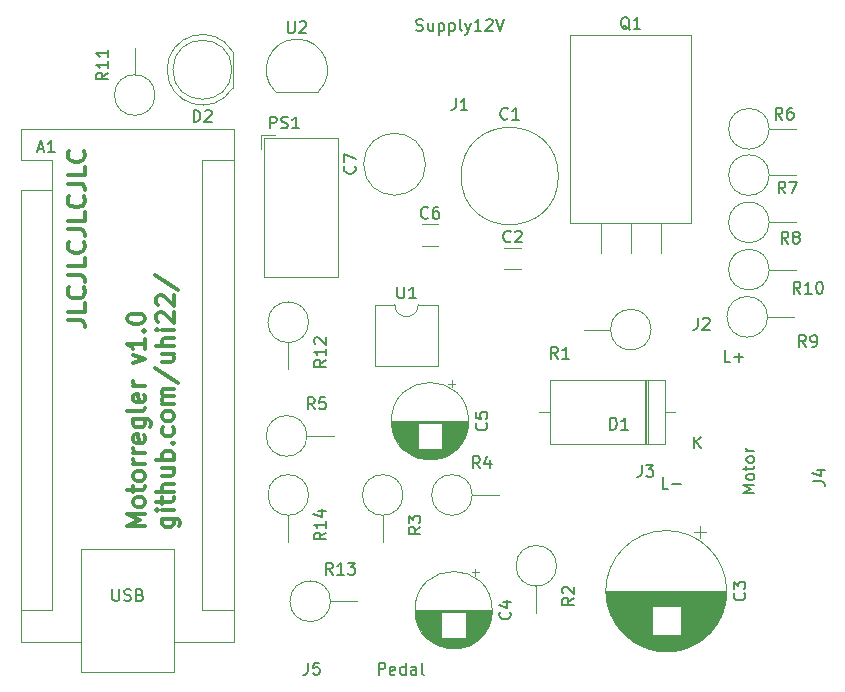
<source format=gbr>
%TF.GenerationSoftware,KiCad,Pcbnew,7.0.2*%
%TF.CreationDate,2023-05-02T00:15:14+02:00*%
%TF.ProjectId,Test1,54657374-312e-46b6-9963-61645f706362,rev?*%
%TF.SameCoordinates,PX669d880PY237a080*%
%TF.FileFunction,Legend,Top*%
%TF.FilePolarity,Positive*%
%FSLAX46Y46*%
G04 Gerber Fmt 4.6, Leading zero omitted, Abs format (unit mm)*
G04 Created by KiCad (PCBNEW 7.0.2) date 2023-05-02 00:15:14*
%MOMM*%
%LPD*%
G01*
G04 APERTURE LIST*
%ADD10C,0.300000*%
%ADD11C,0.150000*%
%ADD12C,0.120000*%
G04 APERTURE END LIST*
D10*
X11286428Y-43442857D02*
X9786428Y-43442857D01*
X9786428Y-43442857D02*
X10857857Y-42942857D01*
X10857857Y-42942857D02*
X9786428Y-42442857D01*
X9786428Y-42442857D02*
X11286428Y-42442857D01*
X11286428Y-41514285D02*
X11215000Y-41657142D01*
X11215000Y-41657142D02*
X11143571Y-41728571D01*
X11143571Y-41728571D02*
X11000714Y-41799999D01*
X11000714Y-41799999D02*
X10572142Y-41799999D01*
X10572142Y-41799999D02*
X10429285Y-41728571D01*
X10429285Y-41728571D02*
X10357857Y-41657142D01*
X10357857Y-41657142D02*
X10286428Y-41514285D01*
X10286428Y-41514285D02*
X10286428Y-41299999D01*
X10286428Y-41299999D02*
X10357857Y-41157142D01*
X10357857Y-41157142D02*
X10429285Y-41085714D01*
X10429285Y-41085714D02*
X10572142Y-41014285D01*
X10572142Y-41014285D02*
X11000714Y-41014285D01*
X11000714Y-41014285D02*
X11143571Y-41085714D01*
X11143571Y-41085714D02*
X11215000Y-41157142D01*
X11215000Y-41157142D02*
X11286428Y-41299999D01*
X11286428Y-41299999D02*
X11286428Y-41514285D01*
X10286428Y-40585713D02*
X10286428Y-40014285D01*
X9786428Y-40371428D02*
X11072142Y-40371428D01*
X11072142Y-40371428D02*
X11215000Y-40299999D01*
X11215000Y-40299999D02*
X11286428Y-40157142D01*
X11286428Y-40157142D02*
X11286428Y-40014285D01*
X11286428Y-39299999D02*
X11215000Y-39442856D01*
X11215000Y-39442856D02*
X11143571Y-39514285D01*
X11143571Y-39514285D02*
X11000714Y-39585713D01*
X11000714Y-39585713D02*
X10572142Y-39585713D01*
X10572142Y-39585713D02*
X10429285Y-39514285D01*
X10429285Y-39514285D02*
X10357857Y-39442856D01*
X10357857Y-39442856D02*
X10286428Y-39299999D01*
X10286428Y-39299999D02*
X10286428Y-39085713D01*
X10286428Y-39085713D02*
X10357857Y-38942856D01*
X10357857Y-38942856D02*
X10429285Y-38871428D01*
X10429285Y-38871428D02*
X10572142Y-38799999D01*
X10572142Y-38799999D02*
X11000714Y-38799999D01*
X11000714Y-38799999D02*
X11143571Y-38871428D01*
X11143571Y-38871428D02*
X11215000Y-38942856D01*
X11215000Y-38942856D02*
X11286428Y-39085713D01*
X11286428Y-39085713D02*
X11286428Y-39299999D01*
X11286428Y-38157142D02*
X10286428Y-38157142D01*
X10572142Y-38157142D02*
X10429285Y-38085713D01*
X10429285Y-38085713D02*
X10357857Y-38014285D01*
X10357857Y-38014285D02*
X10286428Y-37871427D01*
X10286428Y-37871427D02*
X10286428Y-37728570D01*
X11286428Y-37228571D02*
X10286428Y-37228571D01*
X10572142Y-37228571D02*
X10429285Y-37157142D01*
X10429285Y-37157142D02*
X10357857Y-37085714D01*
X10357857Y-37085714D02*
X10286428Y-36942856D01*
X10286428Y-36942856D02*
X10286428Y-36799999D01*
X11215000Y-35728571D02*
X11286428Y-35871428D01*
X11286428Y-35871428D02*
X11286428Y-36157143D01*
X11286428Y-36157143D02*
X11215000Y-36300000D01*
X11215000Y-36300000D02*
X11072142Y-36371428D01*
X11072142Y-36371428D02*
X10500714Y-36371428D01*
X10500714Y-36371428D02*
X10357857Y-36300000D01*
X10357857Y-36300000D02*
X10286428Y-36157143D01*
X10286428Y-36157143D02*
X10286428Y-35871428D01*
X10286428Y-35871428D02*
X10357857Y-35728571D01*
X10357857Y-35728571D02*
X10500714Y-35657143D01*
X10500714Y-35657143D02*
X10643571Y-35657143D01*
X10643571Y-35657143D02*
X10786428Y-36371428D01*
X10286428Y-34371429D02*
X11500714Y-34371429D01*
X11500714Y-34371429D02*
X11643571Y-34442857D01*
X11643571Y-34442857D02*
X11715000Y-34514286D01*
X11715000Y-34514286D02*
X11786428Y-34657143D01*
X11786428Y-34657143D02*
X11786428Y-34871429D01*
X11786428Y-34871429D02*
X11715000Y-35014286D01*
X11215000Y-34371429D02*
X11286428Y-34514286D01*
X11286428Y-34514286D02*
X11286428Y-34800000D01*
X11286428Y-34800000D02*
X11215000Y-34942857D01*
X11215000Y-34942857D02*
X11143571Y-35014286D01*
X11143571Y-35014286D02*
X11000714Y-35085714D01*
X11000714Y-35085714D02*
X10572142Y-35085714D01*
X10572142Y-35085714D02*
X10429285Y-35014286D01*
X10429285Y-35014286D02*
X10357857Y-34942857D01*
X10357857Y-34942857D02*
X10286428Y-34800000D01*
X10286428Y-34800000D02*
X10286428Y-34514286D01*
X10286428Y-34514286D02*
X10357857Y-34371429D01*
X11286428Y-33442857D02*
X11215000Y-33585714D01*
X11215000Y-33585714D02*
X11072142Y-33657143D01*
X11072142Y-33657143D02*
X9786428Y-33657143D01*
X11215000Y-32300000D02*
X11286428Y-32442857D01*
X11286428Y-32442857D02*
X11286428Y-32728572D01*
X11286428Y-32728572D02*
X11215000Y-32871429D01*
X11215000Y-32871429D02*
X11072142Y-32942857D01*
X11072142Y-32942857D02*
X10500714Y-32942857D01*
X10500714Y-32942857D02*
X10357857Y-32871429D01*
X10357857Y-32871429D02*
X10286428Y-32728572D01*
X10286428Y-32728572D02*
X10286428Y-32442857D01*
X10286428Y-32442857D02*
X10357857Y-32300000D01*
X10357857Y-32300000D02*
X10500714Y-32228572D01*
X10500714Y-32228572D02*
X10643571Y-32228572D01*
X10643571Y-32228572D02*
X10786428Y-32942857D01*
X11286428Y-31585715D02*
X10286428Y-31585715D01*
X10572142Y-31585715D02*
X10429285Y-31514286D01*
X10429285Y-31514286D02*
X10357857Y-31442858D01*
X10357857Y-31442858D02*
X10286428Y-31300000D01*
X10286428Y-31300000D02*
X10286428Y-31157143D01*
X10286428Y-29657144D02*
X11286428Y-29300001D01*
X11286428Y-29300001D02*
X10286428Y-28942858D01*
X11286428Y-27585715D02*
X11286428Y-28442858D01*
X11286428Y-28014287D02*
X9786428Y-28014287D01*
X9786428Y-28014287D02*
X10000714Y-28157144D01*
X10000714Y-28157144D02*
X10143571Y-28300001D01*
X10143571Y-28300001D02*
X10215000Y-28442858D01*
X11143571Y-26942859D02*
X11215000Y-26871430D01*
X11215000Y-26871430D02*
X11286428Y-26942859D01*
X11286428Y-26942859D02*
X11215000Y-27014287D01*
X11215000Y-27014287D02*
X11143571Y-26942859D01*
X11143571Y-26942859D02*
X11286428Y-26942859D01*
X9786428Y-25942858D02*
X9786428Y-25800001D01*
X9786428Y-25800001D02*
X9857857Y-25657144D01*
X9857857Y-25657144D02*
X9929285Y-25585716D01*
X9929285Y-25585716D02*
X10072142Y-25514287D01*
X10072142Y-25514287D02*
X10357857Y-25442858D01*
X10357857Y-25442858D02*
X10715000Y-25442858D01*
X10715000Y-25442858D02*
X11000714Y-25514287D01*
X11000714Y-25514287D02*
X11143571Y-25585716D01*
X11143571Y-25585716D02*
X11215000Y-25657144D01*
X11215000Y-25657144D02*
X11286428Y-25800001D01*
X11286428Y-25800001D02*
X11286428Y-25942858D01*
X11286428Y-25942858D02*
X11215000Y-26085716D01*
X11215000Y-26085716D02*
X11143571Y-26157144D01*
X11143571Y-26157144D02*
X11000714Y-26228573D01*
X11000714Y-26228573D02*
X10715000Y-26300001D01*
X10715000Y-26300001D02*
X10357857Y-26300001D01*
X10357857Y-26300001D02*
X10072142Y-26228573D01*
X10072142Y-26228573D02*
X9929285Y-26157144D01*
X9929285Y-26157144D02*
X9857857Y-26085716D01*
X9857857Y-26085716D02*
X9786428Y-25942858D01*
X12716428Y-42800000D02*
X13930714Y-42800000D01*
X13930714Y-42800000D02*
X14073571Y-42871428D01*
X14073571Y-42871428D02*
X14145000Y-42942857D01*
X14145000Y-42942857D02*
X14216428Y-43085714D01*
X14216428Y-43085714D02*
X14216428Y-43300000D01*
X14216428Y-43300000D02*
X14145000Y-43442857D01*
X13645000Y-42800000D02*
X13716428Y-42942857D01*
X13716428Y-42942857D02*
X13716428Y-43228571D01*
X13716428Y-43228571D02*
X13645000Y-43371428D01*
X13645000Y-43371428D02*
X13573571Y-43442857D01*
X13573571Y-43442857D02*
X13430714Y-43514285D01*
X13430714Y-43514285D02*
X13002142Y-43514285D01*
X13002142Y-43514285D02*
X12859285Y-43442857D01*
X12859285Y-43442857D02*
X12787857Y-43371428D01*
X12787857Y-43371428D02*
X12716428Y-43228571D01*
X12716428Y-43228571D02*
X12716428Y-42942857D01*
X12716428Y-42942857D02*
X12787857Y-42800000D01*
X13716428Y-42085714D02*
X12716428Y-42085714D01*
X12216428Y-42085714D02*
X12287857Y-42157142D01*
X12287857Y-42157142D02*
X12359285Y-42085714D01*
X12359285Y-42085714D02*
X12287857Y-42014285D01*
X12287857Y-42014285D02*
X12216428Y-42085714D01*
X12216428Y-42085714D02*
X12359285Y-42085714D01*
X12716428Y-41585713D02*
X12716428Y-41014285D01*
X12216428Y-41371428D02*
X13502142Y-41371428D01*
X13502142Y-41371428D02*
X13645000Y-41299999D01*
X13645000Y-41299999D02*
X13716428Y-41157142D01*
X13716428Y-41157142D02*
X13716428Y-41014285D01*
X13716428Y-40514285D02*
X12216428Y-40514285D01*
X13716428Y-39871428D02*
X12930714Y-39871428D01*
X12930714Y-39871428D02*
X12787857Y-39942856D01*
X12787857Y-39942856D02*
X12716428Y-40085713D01*
X12716428Y-40085713D02*
X12716428Y-40299999D01*
X12716428Y-40299999D02*
X12787857Y-40442856D01*
X12787857Y-40442856D02*
X12859285Y-40514285D01*
X12716428Y-38514285D02*
X13716428Y-38514285D01*
X12716428Y-39157142D02*
X13502142Y-39157142D01*
X13502142Y-39157142D02*
X13645000Y-39085713D01*
X13645000Y-39085713D02*
X13716428Y-38942856D01*
X13716428Y-38942856D02*
X13716428Y-38728570D01*
X13716428Y-38728570D02*
X13645000Y-38585713D01*
X13645000Y-38585713D02*
X13573571Y-38514285D01*
X13716428Y-37799999D02*
X12216428Y-37799999D01*
X12787857Y-37799999D02*
X12716428Y-37657142D01*
X12716428Y-37657142D02*
X12716428Y-37371427D01*
X12716428Y-37371427D02*
X12787857Y-37228570D01*
X12787857Y-37228570D02*
X12859285Y-37157142D01*
X12859285Y-37157142D02*
X13002142Y-37085713D01*
X13002142Y-37085713D02*
X13430714Y-37085713D01*
X13430714Y-37085713D02*
X13573571Y-37157142D01*
X13573571Y-37157142D02*
X13645000Y-37228570D01*
X13645000Y-37228570D02*
X13716428Y-37371427D01*
X13716428Y-37371427D02*
X13716428Y-37657142D01*
X13716428Y-37657142D02*
X13645000Y-37799999D01*
X13573571Y-36442856D02*
X13645000Y-36371427D01*
X13645000Y-36371427D02*
X13716428Y-36442856D01*
X13716428Y-36442856D02*
X13645000Y-36514284D01*
X13645000Y-36514284D02*
X13573571Y-36442856D01*
X13573571Y-36442856D02*
X13716428Y-36442856D01*
X13645000Y-35085713D02*
X13716428Y-35228570D01*
X13716428Y-35228570D02*
X13716428Y-35514284D01*
X13716428Y-35514284D02*
X13645000Y-35657141D01*
X13645000Y-35657141D02*
X13573571Y-35728570D01*
X13573571Y-35728570D02*
X13430714Y-35799998D01*
X13430714Y-35799998D02*
X13002142Y-35799998D01*
X13002142Y-35799998D02*
X12859285Y-35728570D01*
X12859285Y-35728570D02*
X12787857Y-35657141D01*
X12787857Y-35657141D02*
X12716428Y-35514284D01*
X12716428Y-35514284D02*
X12716428Y-35228570D01*
X12716428Y-35228570D02*
X12787857Y-35085713D01*
X13716428Y-34228570D02*
X13645000Y-34371427D01*
X13645000Y-34371427D02*
X13573571Y-34442856D01*
X13573571Y-34442856D02*
X13430714Y-34514284D01*
X13430714Y-34514284D02*
X13002142Y-34514284D01*
X13002142Y-34514284D02*
X12859285Y-34442856D01*
X12859285Y-34442856D02*
X12787857Y-34371427D01*
X12787857Y-34371427D02*
X12716428Y-34228570D01*
X12716428Y-34228570D02*
X12716428Y-34014284D01*
X12716428Y-34014284D02*
X12787857Y-33871427D01*
X12787857Y-33871427D02*
X12859285Y-33799999D01*
X12859285Y-33799999D02*
X13002142Y-33728570D01*
X13002142Y-33728570D02*
X13430714Y-33728570D01*
X13430714Y-33728570D02*
X13573571Y-33799999D01*
X13573571Y-33799999D02*
X13645000Y-33871427D01*
X13645000Y-33871427D02*
X13716428Y-34014284D01*
X13716428Y-34014284D02*
X13716428Y-34228570D01*
X13716428Y-33085713D02*
X12716428Y-33085713D01*
X12859285Y-33085713D02*
X12787857Y-33014284D01*
X12787857Y-33014284D02*
X12716428Y-32871427D01*
X12716428Y-32871427D02*
X12716428Y-32657141D01*
X12716428Y-32657141D02*
X12787857Y-32514284D01*
X12787857Y-32514284D02*
X12930714Y-32442856D01*
X12930714Y-32442856D02*
X13716428Y-32442856D01*
X12930714Y-32442856D02*
X12787857Y-32371427D01*
X12787857Y-32371427D02*
X12716428Y-32228570D01*
X12716428Y-32228570D02*
X12716428Y-32014284D01*
X12716428Y-32014284D02*
X12787857Y-31871427D01*
X12787857Y-31871427D02*
X12930714Y-31799998D01*
X12930714Y-31799998D02*
X13716428Y-31799998D01*
X12145000Y-30014284D02*
X14073571Y-31299998D01*
X12716428Y-28871427D02*
X13716428Y-28871427D01*
X12716428Y-29514284D02*
X13502142Y-29514284D01*
X13502142Y-29514284D02*
X13645000Y-29442855D01*
X13645000Y-29442855D02*
X13716428Y-29299998D01*
X13716428Y-29299998D02*
X13716428Y-29085712D01*
X13716428Y-29085712D02*
X13645000Y-28942855D01*
X13645000Y-28942855D02*
X13573571Y-28871427D01*
X13716428Y-28157141D02*
X12216428Y-28157141D01*
X13716428Y-27514284D02*
X12930714Y-27514284D01*
X12930714Y-27514284D02*
X12787857Y-27585712D01*
X12787857Y-27585712D02*
X12716428Y-27728569D01*
X12716428Y-27728569D02*
X12716428Y-27942855D01*
X12716428Y-27942855D02*
X12787857Y-28085712D01*
X12787857Y-28085712D02*
X12859285Y-28157141D01*
X13716428Y-26799998D02*
X12716428Y-26799998D01*
X12216428Y-26799998D02*
X12287857Y-26871426D01*
X12287857Y-26871426D02*
X12359285Y-26799998D01*
X12359285Y-26799998D02*
X12287857Y-26728569D01*
X12287857Y-26728569D02*
X12216428Y-26799998D01*
X12216428Y-26799998D02*
X12359285Y-26799998D01*
X12359285Y-26157140D02*
X12287857Y-26085712D01*
X12287857Y-26085712D02*
X12216428Y-25942855D01*
X12216428Y-25942855D02*
X12216428Y-25585712D01*
X12216428Y-25585712D02*
X12287857Y-25442855D01*
X12287857Y-25442855D02*
X12359285Y-25371426D01*
X12359285Y-25371426D02*
X12502142Y-25299997D01*
X12502142Y-25299997D02*
X12645000Y-25299997D01*
X12645000Y-25299997D02*
X12859285Y-25371426D01*
X12859285Y-25371426D02*
X13716428Y-26228569D01*
X13716428Y-26228569D02*
X13716428Y-25299997D01*
X12359285Y-24728569D02*
X12287857Y-24657141D01*
X12287857Y-24657141D02*
X12216428Y-24514284D01*
X12216428Y-24514284D02*
X12216428Y-24157141D01*
X12216428Y-24157141D02*
X12287857Y-24014284D01*
X12287857Y-24014284D02*
X12359285Y-23942855D01*
X12359285Y-23942855D02*
X12502142Y-23871426D01*
X12502142Y-23871426D02*
X12645000Y-23871426D01*
X12645000Y-23871426D02*
X12859285Y-23942855D01*
X12859285Y-23942855D02*
X13716428Y-24799998D01*
X13716428Y-24799998D02*
X13716428Y-23871426D01*
X12145000Y-22157141D02*
X14073571Y-23442855D01*
X4716428Y-26014285D02*
X5787857Y-26014285D01*
X5787857Y-26014285D02*
X6002142Y-26085714D01*
X6002142Y-26085714D02*
X6145000Y-26228571D01*
X6145000Y-26228571D02*
X6216428Y-26442857D01*
X6216428Y-26442857D02*
X6216428Y-26585714D01*
X6216428Y-24585714D02*
X6216428Y-25300000D01*
X6216428Y-25300000D02*
X4716428Y-25300000D01*
X6073571Y-23228571D02*
X6145000Y-23299999D01*
X6145000Y-23299999D02*
X6216428Y-23514285D01*
X6216428Y-23514285D02*
X6216428Y-23657142D01*
X6216428Y-23657142D02*
X6145000Y-23871428D01*
X6145000Y-23871428D02*
X6002142Y-24014285D01*
X6002142Y-24014285D02*
X5859285Y-24085714D01*
X5859285Y-24085714D02*
X5573571Y-24157142D01*
X5573571Y-24157142D02*
X5359285Y-24157142D01*
X5359285Y-24157142D02*
X5073571Y-24085714D01*
X5073571Y-24085714D02*
X4930714Y-24014285D01*
X4930714Y-24014285D02*
X4787857Y-23871428D01*
X4787857Y-23871428D02*
X4716428Y-23657142D01*
X4716428Y-23657142D02*
X4716428Y-23514285D01*
X4716428Y-23514285D02*
X4787857Y-23299999D01*
X4787857Y-23299999D02*
X4859285Y-23228571D01*
X4716428Y-22157142D02*
X5787857Y-22157142D01*
X5787857Y-22157142D02*
X6002142Y-22228571D01*
X6002142Y-22228571D02*
X6145000Y-22371428D01*
X6145000Y-22371428D02*
X6216428Y-22585714D01*
X6216428Y-22585714D02*
X6216428Y-22728571D01*
X6216428Y-20728571D02*
X6216428Y-21442857D01*
X6216428Y-21442857D02*
X4716428Y-21442857D01*
X6073571Y-19371428D02*
X6145000Y-19442856D01*
X6145000Y-19442856D02*
X6216428Y-19657142D01*
X6216428Y-19657142D02*
X6216428Y-19799999D01*
X6216428Y-19799999D02*
X6145000Y-20014285D01*
X6145000Y-20014285D02*
X6002142Y-20157142D01*
X6002142Y-20157142D02*
X5859285Y-20228571D01*
X5859285Y-20228571D02*
X5573571Y-20299999D01*
X5573571Y-20299999D02*
X5359285Y-20299999D01*
X5359285Y-20299999D02*
X5073571Y-20228571D01*
X5073571Y-20228571D02*
X4930714Y-20157142D01*
X4930714Y-20157142D02*
X4787857Y-20014285D01*
X4787857Y-20014285D02*
X4716428Y-19799999D01*
X4716428Y-19799999D02*
X4716428Y-19657142D01*
X4716428Y-19657142D02*
X4787857Y-19442856D01*
X4787857Y-19442856D02*
X4859285Y-19371428D01*
X4716428Y-18299999D02*
X5787857Y-18299999D01*
X5787857Y-18299999D02*
X6002142Y-18371428D01*
X6002142Y-18371428D02*
X6145000Y-18514285D01*
X6145000Y-18514285D02*
X6216428Y-18728571D01*
X6216428Y-18728571D02*
X6216428Y-18871428D01*
X6216428Y-16871428D02*
X6216428Y-17585714D01*
X6216428Y-17585714D02*
X4716428Y-17585714D01*
X6073571Y-15514285D02*
X6145000Y-15585713D01*
X6145000Y-15585713D02*
X6216428Y-15799999D01*
X6216428Y-15799999D02*
X6216428Y-15942856D01*
X6216428Y-15942856D02*
X6145000Y-16157142D01*
X6145000Y-16157142D02*
X6002142Y-16299999D01*
X6002142Y-16299999D02*
X5859285Y-16371428D01*
X5859285Y-16371428D02*
X5573571Y-16442856D01*
X5573571Y-16442856D02*
X5359285Y-16442856D01*
X5359285Y-16442856D02*
X5073571Y-16371428D01*
X5073571Y-16371428D02*
X4930714Y-16299999D01*
X4930714Y-16299999D02*
X4787857Y-16157142D01*
X4787857Y-16157142D02*
X4716428Y-15942856D01*
X4716428Y-15942856D02*
X4716428Y-15799999D01*
X4716428Y-15799999D02*
X4787857Y-15585713D01*
X4787857Y-15585713D02*
X4859285Y-15514285D01*
X4716428Y-14442856D02*
X5787857Y-14442856D01*
X5787857Y-14442856D02*
X6002142Y-14514285D01*
X6002142Y-14514285D02*
X6145000Y-14657142D01*
X6145000Y-14657142D02*
X6216428Y-14871428D01*
X6216428Y-14871428D02*
X6216428Y-15014285D01*
X6216428Y-13014285D02*
X6216428Y-13728571D01*
X6216428Y-13728571D02*
X4716428Y-13728571D01*
X6073571Y-11657142D02*
X6145000Y-11728570D01*
X6145000Y-11728570D02*
X6216428Y-11942856D01*
X6216428Y-11942856D02*
X6216428Y-12085713D01*
X6216428Y-12085713D02*
X6145000Y-12299999D01*
X6145000Y-12299999D02*
X6002142Y-12442856D01*
X6002142Y-12442856D02*
X5859285Y-12514285D01*
X5859285Y-12514285D02*
X5573571Y-12585713D01*
X5573571Y-12585713D02*
X5359285Y-12585713D01*
X5359285Y-12585713D02*
X5073571Y-12514285D01*
X5073571Y-12514285D02*
X4930714Y-12442856D01*
X4930714Y-12442856D02*
X4787857Y-12299999D01*
X4787857Y-12299999D02*
X4716428Y-12085713D01*
X4716428Y-12085713D02*
X4716428Y-11942856D01*
X4716428Y-11942856D02*
X4787857Y-11728570D01*
X4787857Y-11728570D02*
X4859285Y-11657142D01*
D11*
%TO.C,U1*%
X32648095Y-23157619D02*
X32648095Y-23967142D01*
X32648095Y-23967142D02*
X32695714Y-24062380D01*
X32695714Y-24062380D02*
X32743333Y-24110000D01*
X32743333Y-24110000D02*
X32838571Y-24157619D01*
X32838571Y-24157619D02*
X33029047Y-24157619D01*
X33029047Y-24157619D02*
X33124285Y-24110000D01*
X33124285Y-24110000D02*
X33171904Y-24062380D01*
X33171904Y-24062380D02*
X33219523Y-23967142D01*
X33219523Y-23967142D02*
X33219523Y-23157619D01*
X34219523Y-24157619D02*
X33648095Y-24157619D01*
X33933809Y-24157619D02*
X33933809Y-23157619D01*
X33933809Y-23157619D02*
X33838571Y-23300476D01*
X33838571Y-23300476D02*
X33743333Y-23395714D01*
X33743333Y-23395714D02*
X33648095Y-23443333D01*
%TO.C,C7*%
X29017380Y-12966666D02*
X29065000Y-13014285D01*
X29065000Y-13014285D02*
X29112619Y-13157142D01*
X29112619Y-13157142D02*
X29112619Y-13252380D01*
X29112619Y-13252380D02*
X29065000Y-13395237D01*
X29065000Y-13395237D02*
X28969761Y-13490475D01*
X28969761Y-13490475D02*
X28874523Y-13538094D01*
X28874523Y-13538094D02*
X28684047Y-13585713D01*
X28684047Y-13585713D02*
X28541190Y-13585713D01*
X28541190Y-13585713D02*
X28350714Y-13538094D01*
X28350714Y-13538094D02*
X28255476Y-13490475D01*
X28255476Y-13490475D02*
X28160238Y-13395237D01*
X28160238Y-13395237D02*
X28112619Y-13252380D01*
X28112619Y-13252380D02*
X28112619Y-13157142D01*
X28112619Y-13157142D02*
X28160238Y-13014285D01*
X28160238Y-13014285D02*
X28207857Y-12966666D01*
X28112619Y-12633332D02*
X28112619Y-11966666D01*
X28112619Y-11966666D02*
X29112619Y-12395237D01*
%TO.C,R14*%
X26582619Y-43982857D02*
X26106428Y-44316190D01*
X26582619Y-44554285D02*
X25582619Y-44554285D01*
X25582619Y-44554285D02*
X25582619Y-44173333D01*
X25582619Y-44173333D02*
X25630238Y-44078095D01*
X25630238Y-44078095D02*
X25677857Y-44030476D01*
X25677857Y-44030476D02*
X25773095Y-43982857D01*
X25773095Y-43982857D02*
X25915952Y-43982857D01*
X25915952Y-43982857D02*
X26011190Y-44030476D01*
X26011190Y-44030476D02*
X26058809Y-44078095D01*
X26058809Y-44078095D02*
X26106428Y-44173333D01*
X26106428Y-44173333D02*
X26106428Y-44554285D01*
X26582619Y-43030476D02*
X26582619Y-43601904D01*
X26582619Y-43316190D02*
X25582619Y-43316190D01*
X25582619Y-43316190D02*
X25725476Y-43411428D01*
X25725476Y-43411428D02*
X25820714Y-43506666D01*
X25820714Y-43506666D02*
X25868333Y-43601904D01*
X25915952Y-42173333D02*
X26582619Y-42173333D01*
X25535000Y-42411428D02*
X26249285Y-42649523D01*
X26249285Y-42649523D02*
X26249285Y-42030476D01*
%TO.C,R13*%
X27157142Y-47542619D02*
X26823809Y-47066428D01*
X26585714Y-47542619D02*
X26585714Y-46542619D01*
X26585714Y-46542619D02*
X26966666Y-46542619D01*
X26966666Y-46542619D02*
X27061904Y-46590238D01*
X27061904Y-46590238D02*
X27109523Y-46637857D01*
X27109523Y-46637857D02*
X27157142Y-46733095D01*
X27157142Y-46733095D02*
X27157142Y-46875952D01*
X27157142Y-46875952D02*
X27109523Y-46971190D01*
X27109523Y-46971190D02*
X27061904Y-47018809D01*
X27061904Y-47018809D02*
X26966666Y-47066428D01*
X26966666Y-47066428D02*
X26585714Y-47066428D01*
X28109523Y-47542619D02*
X27538095Y-47542619D01*
X27823809Y-47542619D02*
X27823809Y-46542619D01*
X27823809Y-46542619D02*
X27728571Y-46685476D01*
X27728571Y-46685476D02*
X27633333Y-46780714D01*
X27633333Y-46780714D02*
X27538095Y-46828333D01*
X28442857Y-46542619D02*
X29061904Y-46542619D01*
X29061904Y-46542619D02*
X28728571Y-46923571D01*
X28728571Y-46923571D02*
X28871428Y-46923571D01*
X28871428Y-46923571D02*
X28966666Y-46971190D01*
X28966666Y-46971190D02*
X29014285Y-47018809D01*
X29014285Y-47018809D02*
X29061904Y-47114047D01*
X29061904Y-47114047D02*
X29061904Y-47352142D01*
X29061904Y-47352142D02*
X29014285Y-47447380D01*
X29014285Y-47447380D02*
X28966666Y-47495000D01*
X28966666Y-47495000D02*
X28871428Y-47542619D01*
X28871428Y-47542619D02*
X28585714Y-47542619D01*
X28585714Y-47542619D02*
X28490476Y-47495000D01*
X28490476Y-47495000D02*
X28442857Y-47447380D01*
%TO.C,R12*%
X26582619Y-29362857D02*
X26106428Y-29696190D01*
X26582619Y-29934285D02*
X25582619Y-29934285D01*
X25582619Y-29934285D02*
X25582619Y-29553333D01*
X25582619Y-29553333D02*
X25630238Y-29458095D01*
X25630238Y-29458095D02*
X25677857Y-29410476D01*
X25677857Y-29410476D02*
X25773095Y-29362857D01*
X25773095Y-29362857D02*
X25915952Y-29362857D01*
X25915952Y-29362857D02*
X26011190Y-29410476D01*
X26011190Y-29410476D02*
X26058809Y-29458095D01*
X26058809Y-29458095D02*
X26106428Y-29553333D01*
X26106428Y-29553333D02*
X26106428Y-29934285D01*
X26582619Y-28410476D02*
X26582619Y-28981904D01*
X26582619Y-28696190D02*
X25582619Y-28696190D01*
X25582619Y-28696190D02*
X25725476Y-28791428D01*
X25725476Y-28791428D02*
X25820714Y-28886666D01*
X25820714Y-28886666D02*
X25868333Y-28981904D01*
X25677857Y-28029523D02*
X25630238Y-27981904D01*
X25630238Y-27981904D02*
X25582619Y-27886666D01*
X25582619Y-27886666D02*
X25582619Y-27648571D01*
X25582619Y-27648571D02*
X25630238Y-27553333D01*
X25630238Y-27553333D02*
X25677857Y-27505714D01*
X25677857Y-27505714D02*
X25773095Y-27458095D01*
X25773095Y-27458095D02*
X25868333Y-27458095D01*
X25868333Y-27458095D02*
X26011190Y-27505714D01*
X26011190Y-27505714D02*
X26582619Y-28077142D01*
X26582619Y-28077142D02*
X26582619Y-27458095D01*
%TO.C,R11*%
X8142619Y-5042857D02*
X7666428Y-5376190D01*
X8142619Y-5614285D02*
X7142619Y-5614285D01*
X7142619Y-5614285D02*
X7142619Y-5233333D01*
X7142619Y-5233333D02*
X7190238Y-5138095D01*
X7190238Y-5138095D02*
X7237857Y-5090476D01*
X7237857Y-5090476D02*
X7333095Y-5042857D01*
X7333095Y-5042857D02*
X7475952Y-5042857D01*
X7475952Y-5042857D02*
X7571190Y-5090476D01*
X7571190Y-5090476D02*
X7618809Y-5138095D01*
X7618809Y-5138095D02*
X7666428Y-5233333D01*
X7666428Y-5233333D02*
X7666428Y-5614285D01*
X8142619Y-4090476D02*
X8142619Y-4661904D01*
X8142619Y-4376190D02*
X7142619Y-4376190D01*
X7142619Y-4376190D02*
X7285476Y-4471428D01*
X7285476Y-4471428D02*
X7380714Y-4566666D01*
X7380714Y-4566666D02*
X7428333Y-4661904D01*
X8142619Y-3138095D02*
X8142619Y-3709523D01*
X8142619Y-3423809D02*
X7142619Y-3423809D01*
X7142619Y-3423809D02*
X7285476Y-3519047D01*
X7285476Y-3519047D02*
X7380714Y-3614285D01*
X7380714Y-3614285D02*
X7428333Y-3709523D01*
%TO.C,R10*%
X66757142Y-23762619D02*
X66423809Y-23286428D01*
X66185714Y-23762619D02*
X66185714Y-22762619D01*
X66185714Y-22762619D02*
X66566666Y-22762619D01*
X66566666Y-22762619D02*
X66661904Y-22810238D01*
X66661904Y-22810238D02*
X66709523Y-22857857D01*
X66709523Y-22857857D02*
X66757142Y-22953095D01*
X66757142Y-22953095D02*
X66757142Y-23095952D01*
X66757142Y-23095952D02*
X66709523Y-23191190D01*
X66709523Y-23191190D02*
X66661904Y-23238809D01*
X66661904Y-23238809D02*
X66566666Y-23286428D01*
X66566666Y-23286428D02*
X66185714Y-23286428D01*
X67709523Y-23762619D02*
X67138095Y-23762619D01*
X67423809Y-23762619D02*
X67423809Y-22762619D01*
X67423809Y-22762619D02*
X67328571Y-22905476D01*
X67328571Y-22905476D02*
X67233333Y-23000714D01*
X67233333Y-23000714D02*
X67138095Y-23048333D01*
X68328571Y-22762619D02*
X68423809Y-22762619D01*
X68423809Y-22762619D02*
X68519047Y-22810238D01*
X68519047Y-22810238D02*
X68566666Y-22857857D01*
X68566666Y-22857857D02*
X68614285Y-22953095D01*
X68614285Y-22953095D02*
X68661904Y-23143571D01*
X68661904Y-23143571D02*
X68661904Y-23381666D01*
X68661904Y-23381666D02*
X68614285Y-23572142D01*
X68614285Y-23572142D02*
X68566666Y-23667380D01*
X68566666Y-23667380D02*
X68519047Y-23715000D01*
X68519047Y-23715000D02*
X68423809Y-23762619D01*
X68423809Y-23762619D02*
X68328571Y-23762619D01*
X68328571Y-23762619D02*
X68233333Y-23715000D01*
X68233333Y-23715000D02*
X68185714Y-23667380D01*
X68185714Y-23667380D02*
X68138095Y-23572142D01*
X68138095Y-23572142D02*
X68090476Y-23381666D01*
X68090476Y-23381666D02*
X68090476Y-23143571D01*
X68090476Y-23143571D02*
X68138095Y-22953095D01*
X68138095Y-22953095D02*
X68185714Y-22857857D01*
X68185714Y-22857857D02*
X68233333Y-22810238D01*
X68233333Y-22810238D02*
X68328571Y-22762619D01*
%TO.C,R9*%
X67233333Y-28262619D02*
X66900000Y-27786428D01*
X66661905Y-28262619D02*
X66661905Y-27262619D01*
X66661905Y-27262619D02*
X67042857Y-27262619D01*
X67042857Y-27262619D02*
X67138095Y-27310238D01*
X67138095Y-27310238D02*
X67185714Y-27357857D01*
X67185714Y-27357857D02*
X67233333Y-27453095D01*
X67233333Y-27453095D02*
X67233333Y-27595952D01*
X67233333Y-27595952D02*
X67185714Y-27691190D01*
X67185714Y-27691190D02*
X67138095Y-27738809D01*
X67138095Y-27738809D02*
X67042857Y-27786428D01*
X67042857Y-27786428D02*
X66661905Y-27786428D01*
X67709524Y-28262619D02*
X67900000Y-28262619D01*
X67900000Y-28262619D02*
X67995238Y-28215000D01*
X67995238Y-28215000D02*
X68042857Y-28167380D01*
X68042857Y-28167380D02*
X68138095Y-28024523D01*
X68138095Y-28024523D02*
X68185714Y-27834047D01*
X68185714Y-27834047D02*
X68185714Y-27453095D01*
X68185714Y-27453095D02*
X68138095Y-27357857D01*
X68138095Y-27357857D02*
X68090476Y-27310238D01*
X68090476Y-27310238D02*
X67995238Y-27262619D01*
X67995238Y-27262619D02*
X67804762Y-27262619D01*
X67804762Y-27262619D02*
X67709524Y-27310238D01*
X67709524Y-27310238D02*
X67661905Y-27357857D01*
X67661905Y-27357857D02*
X67614286Y-27453095D01*
X67614286Y-27453095D02*
X67614286Y-27691190D01*
X67614286Y-27691190D02*
X67661905Y-27786428D01*
X67661905Y-27786428D02*
X67709524Y-27834047D01*
X67709524Y-27834047D02*
X67804762Y-27881666D01*
X67804762Y-27881666D02*
X67995238Y-27881666D01*
X67995238Y-27881666D02*
X68090476Y-27834047D01*
X68090476Y-27834047D02*
X68138095Y-27786428D01*
X68138095Y-27786428D02*
X68185714Y-27691190D01*
%TO.C,R8*%
X65733333Y-19512619D02*
X65400000Y-19036428D01*
X65161905Y-19512619D02*
X65161905Y-18512619D01*
X65161905Y-18512619D02*
X65542857Y-18512619D01*
X65542857Y-18512619D02*
X65638095Y-18560238D01*
X65638095Y-18560238D02*
X65685714Y-18607857D01*
X65685714Y-18607857D02*
X65733333Y-18703095D01*
X65733333Y-18703095D02*
X65733333Y-18845952D01*
X65733333Y-18845952D02*
X65685714Y-18941190D01*
X65685714Y-18941190D02*
X65638095Y-18988809D01*
X65638095Y-18988809D02*
X65542857Y-19036428D01*
X65542857Y-19036428D02*
X65161905Y-19036428D01*
X66304762Y-18941190D02*
X66209524Y-18893571D01*
X66209524Y-18893571D02*
X66161905Y-18845952D01*
X66161905Y-18845952D02*
X66114286Y-18750714D01*
X66114286Y-18750714D02*
X66114286Y-18703095D01*
X66114286Y-18703095D02*
X66161905Y-18607857D01*
X66161905Y-18607857D02*
X66209524Y-18560238D01*
X66209524Y-18560238D02*
X66304762Y-18512619D01*
X66304762Y-18512619D02*
X66495238Y-18512619D01*
X66495238Y-18512619D02*
X66590476Y-18560238D01*
X66590476Y-18560238D02*
X66638095Y-18607857D01*
X66638095Y-18607857D02*
X66685714Y-18703095D01*
X66685714Y-18703095D02*
X66685714Y-18750714D01*
X66685714Y-18750714D02*
X66638095Y-18845952D01*
X66638095Y-18845952D02*
X66590476Y-18893571D01*
X66590476Y-18893571D02*
X66495238Y-18941190D01*
X66495238Y-18941190D02*
X66304762Y-18941190D01*
X66304762Y-18941190D02*
X66209524Y-18988809D01*
X66209524Y-18988809D02*
X66161905Y-19036428D01*
X66161905Y-19036428D02*
X66114286Y-19131666D01*
X66114286Y-19131666D02*
X66114286Y-19322142D01*
X66114286Y-19322142D02*
X66161905Y-19417380D01*
X66161905Y-19417380D02*
X66209524Y-19465000D01*
X66209524Y-19465000D02*
X66304762Y-19512619D01*
X66304762Y-19512619D02*
X66495238Y-19512619D01*
X66495238Y-19512619D02*
X66590476Y-19465000D01*
X66590476Y-19465000D02*
X66638095Y-19417380D01*
X66638095Y-19417380D02*
X66685714Y-19322142D01*
X66685714Y-19322142D02*
X66685714Y-19131666D01*
X66685714Y-19131666D02*
X66638095Y-19036428D01*
X66638095Y-19036428D02*
X66590476Y-18988809D01*
X66590476Y-18988809D02*
X66495238Y-18941190D01*
%TO.C,R7*%
X65483333Y-15262619D02*
X65150000Y-14786428D01*
X64911905Y-15262619D02*
X64911905Y-14262619D01*
X64911905Y-14262619D02*
X65292857Y-14262619D01*
X65292857Y-14262619D02*
X65388095Y-14310238D01*
X65388095Y-14310238D02*
X65435714Y-14357857D01*
X65435714Y-14357857D02*
X65483333Y-14453095D01*
X65483333Y-14453095D02*
X65483333Y-14595952D01*
X65483333Y-14595952D02*
X65435714Y-14691190D01*
X65435714Y-14691190D02*
X65388095Y-14738809D01*
X65388095Y-14738809D02*
X65292857Y-14786428D01*
X65292857Y-14786428D02*
X64911905Y-14786428D01*
X65816667Y-14262619D02*
X66483333Y-14262619D01*
X66483333Y-14262619D02*
X66054762Y-15262619D01*
%TO.C,R6*%
X65233333Y-9012619D02*
X64900000Y-8536428D01*
X64661905Y-9012619D02*
X64661905Y-8012619D01*
X64661905Y-8012619D02*
X65042857Y-8012619D01*
X65042857Y-8012619D02*
X65138095Y-8060238D01*
X65138095Y-8060238D02*
X65185714Y-8107857D01*
X65185714Y-8107857D02*
X65233333Y-8203095D01*
X65233333Y-8203095D02*
X65233333Y-8345952D01*
X65233333Y-8345952D02*
X65185714Y-8441190D01*
X65185714Y-8441190D02*
X65138095Y-8488809D01*
X65138095Y-8488809D02*
X65042857Y-8536428D01*
X65042857Y-8536428D02*
X64661905Y-8536428D01*
X66090476Y-8012619D02*
X65900000Y-8012619D01*
X65900000Y-8012619D02*
X65804762Y-8060238D01*
X65804762Y-8060238D02*
X65757143Y-8107857D01*
X65757143Y-8107857D02*
X65661905Y-8250714D01*
X65661905Y-8250714D02*
X65614286Y-8441190D01*
X65614286Y-8441190D02*
X65614286Y-8822142D01*
X65614286Y-8822142D02*
X65661905Y-8917380D01*
X65661905Y-8917380D02*
X65709524Y-8965000D01*
X65709524Y-8965000D02*
X65804762Y-9012619D01*
X65804762Y-9012619D02*
X65995238Y-9012619D01*
X65995238Y-9012619D02*
X66090476Y-8965000D01*
X66090476Y-8965000D02*
X66138095Y-8917380D01*
X66138095Y-8917380D02*
X66185714Y-8822142D01*
X66185714Y-8822142D02*
X66185714Y-8584047D01*
X66185714Y-8584047D02*
X66138095Y-8488809D01*
X66138095Y-8488809D02*
X66090476Y-8441190D01*
X66090476Y-8441190D02*
X65995238Y-8393571D01*
X65995238Y-8393571D02*
X65804762Y-8393571D01*
X65804762Y-8393571D02*
X65709524Y-8441190D01*
X65709524Y-8441190D02*
X65661905Y-8488809D01*
X65661905Y-8488809D02*
X65614286Y-8584047D01*
%TO.C,R5*%
X25633333Y-33542619D02*
X25300000Y-33066428D01*
X25061905Y-33542619D02*
X25061905Y-32542619D01*
X25061905Y-32542619D02*
X25442857Y-32542619D01*
X25442857Y-32542619D02*
X25538095Y-32590238D01*
X25538095Y-32590238D02*
X25585714Y-32637857D01*
X25585714Y-32637857D02*
X25633333Y-32733095D01*
X25633333Y-32733095D02*
X25633333Y-32875952D01*
X25633333Y-32875952D02*
X25585714Y-32971190D01*
X25585714Y-32971190D02*
X25538095Y-33018809D01*
X25538095Y-33018809D02*
X25442857Y-33066428D01*
X25442857Y-33066428D02*
X25061905Y-33066428D01*
X26538095Y-32542619D02*
X26061905Y-32542619D01*
X26061905Y-32542619D02*
X26014286Y-33018809D01*
X26014286Y-33018809D02*
X26061905Y-32971190D01*
X26061905Y-32971190D02*
X26157143Y-32923571D01*
X26157143Y-32923571D02*
X26395238Y-32923571D01*
X26395238Y-32923571D02*
X26490476Y-32971190D01*
X26490476Y-32971190D02*
X26538095Y-33018809D01*
X26538095Y-33018809D02*
X26585714Y-33114047D01*
X26585714Y-33114047D02*
X26585714Y-33352142D01*
X26585714Y-33352142D02*
X26538095Y-33447380D01*
X26538095Y-33447380D02*
X26490476Y-33495000D01*
X26490476Y-33495000D02*
X26395238Y-33542619D01*
X26395238Y-33542619D02*
X26157143Y-33542619D01*
X26157143Y-33542619D02*
X26061905Y-33495000D01*
X26061905Y-33495000D02*
X26014286Y-33447380D01*
%TO.C,R4*%
X39633333Y-38542619D02*
X39300000Y-38066428D01*
X39061905Y-38542619D02*
X39061905Y-37542619D01*
X39061905Y-37542619D02*
X39442857Y-37542619D01*
X39442857Y-37542619D02*
X39538095Y-37590238D01*
X39538095Y-37590238D02*
X39585714Y-37637857D01*
X39585714Y-37637857D02*
X39633333Y-37733095D01*
X39633333Y-37733095D02*
X39633333Y-37875952D01*
X39633333Y-37875952D02*
X39585714Y-37971190D01*
X39585714Y-37971190D02*
X39538095Y-38018809D01*
X39538095Y-38018809D02*
X39442857Y-38066428D01*
X39442857Y-38066428D02*
X39061905Y-38066428D01*
X40490476Y-37875952D02*
X40490476Y-38542619D01*
X40252381Y-37495000D02*
X40014286Y-38209285D01*
X40014286Y-38209285D02*
X40633333Y-38209285D01*
%TO.C,R3*%
X34582619Y-43506666D02*
X34106428Y-43839999D01*
X34582619Y-44078094D02*
X33582619Y-44078094D01*
X33582619Y-44078094D02*
X33582619Y-43697142D01*
X33582619Y-43697142D02*
X33630238Y-43601904D01*
X33630238Y-43601904D02*
X33677857Y-43554285D01*
X33677857Y-43554285D02*
X33773095Y-43506666D01*
X33773095Y-43506666D02*
X33915952Y-43506666D01*
X33915952Y-43506666D02*
X34011190Y-43554285D01*
X34011190Y-43554285D02*
X34058809Y-43601904D01*
X34058809Y-43601904D02*
X34106428Y-43697142D01*
X34106428Y-43697142D02*
X34106428Y-44078094D01*
X33582619Y-43173332D02*
X33582619Y-42554285D01*
X33582619Y-42554285D02*
X33963571Y-42887618D01*
X33963571Y-42887618D02*
X33963571Y-42744761D01*
X33963571Y-42744761D02*
X34011190Y-42649523D01*
X34011190Y-42649523D02*
X34058809Y-42601904D01*
X34058809Y-42601904D02*
X34154047Y-42554285D01*
X34154047Y-42554285D02*
X34392142Y-42554285D01*
X34392142Y-42554285D02*
X34487380Y-42601904D01*
X34487380Y-42601904D02*
X34535000Y-42649523D01*
X34535000Y-42649523D02*
X34582619Y-42744761D01*
X34582619Y-42744761D02*
X34582619Y-43030475D01*
X34582619Y-43030475D02*
X34535000Y-43125713D01*
X34535000Y-43125713D02*
X34487380Y-43173332D01*
%TO.C,R2*%
X47582619Y-49506666D02*
X47106428Y-49839999D01*
X47582619Y-50078094D02*
X46582619Y-50078094D01*
X46582619Y-50078094D02*
X46582619Y-49697142D01*
X46582619Y-49697142D02*
X46630238Y-49601904D01*
X46630238Y-49601904D02*
X46677857Y-49554285D01*
X46677857Y-49554285D02*
X46773095Y-49506666D01*
X46773095Y-49506666D02*
X46915952Y-49506666D01*
X46915952Y-49506666D02*
X47011190Y-49554285D01*
X47011190Y-49554285D02*
X47058809Y-49601904D01*
X47058809Y-49601904D02*
X47106428Y-49697142D01*
X47106428Y-49697142D02*
X47106428Y-50078094D01*
X46677857Y-49125713D02*
X46630238Y-49078094D01*
X46630238Y-49078094D02*
X46582619Y-48982856D01*
X46582619Y-48982856D02*
X46582619Y-48744761D01*
X46582619Y-48744761D02*
X46630238Y-48649523D01*
X46630238Y-48649523D02*
X46677857Y-48601904D01*
X46677857Y-48601904D02*
X46773095Y-48554285D01*
X46773095Y-48554285D02*
X46868333Y-48554285D01*
X46868333Y-48554285D02*
X47011190Y-48601904D01*
X47011190Y-48601904D02*
X47582619Y-49173332D01*
X47582619Y-49173332D02*
X47582619Y-48554285D01*
%TO.C,R1*%
X46233333Y-29262619D02*
X45900000Y-28786428D01*
X45661905Y-29262619D02*
X45661905Y-28262619D01*
X45661905Y-28262619D02*
X46042857Y-28262619D01*
X46042857Y-28262619D02*
X46138095Y-28310238D01*
X46138095Y-28310238D02*
X46185714Y-28357857D01*
X46185714Y-28357857D02*
X46233333Y-28453095D01*
X46233333Y-28453095D02*
X46233333Y-28595952D01*
X46233333Y-28595952D02*
X46185714Y-28691190D01*
X46185714Y-28691190D02*
X46138095Y-28738809D01*
X46138095Y-28738809D02*
X46042857Y-28786428D01*
X46042857Y-28786428D02*
X45661905Y-28786428D01*
X47185714Y-29262619D02*
X46614286Y-29262619D01*
X46900000Y-29262619D02*
X46900000Y-28262619D01*
X46900000Y-28262619D02*
X46804762Y-28405476D01*
X46804762Y-28405476D02*
X46709524Y-28500714D01*
X46709524Y-28500714D02*
X46614286Y-28548333D01*
%TO.C,C6*%
X35233333Y-17317380D02*
X35185714Y-17365000D01*
X35185714Y-17365000D02*
X35042857Y-17412619D01*
X35042857Y-17412619D02*
X34947619Y-17412619D01*
X34947619Y-17412619D02*
X34804762Y-17365000D01*
X34804762Y-17365000D02*
X34709524Y-17269761D01*
X34709524Y-17269761D02*
X34661905Y-17174523D01*
X34661905Y-17174523D02*
X34614286Y-16984047D01*
X34614286Y-16984047D02*
X34614286Y-16841190D01*
X34614286Y-16841190D02*
X34661905Y-16650714D01*
X34661905Y-16650714D02*
X34709524Y-16555476D01*
X34709524Y-16555476D02*
X34804762Y-16460238D01*
X34804762Y-16460238D02*
X34947619Y-16412619D01*
X34947619Y-16412619D02*
X35042857Y-16412619D01*
X35042857Y-16412619D02*
X35185714Y-16460238D01*
X35185714Y-16460238D02*
X35233333Y-16507857D01*
X36090476Y-16412619D02*
X35900000Y-16412619D01*
X35900000Y-16412619D02*
X35804762Y-16460238D01*
X35804762Y-16460238D02*
X35757143Y-16507857D01*
X35757143Y-16507857D02*
X35661905Y-16650714D01*
X35661905Y-16650714D02*
X35614286Y-16841190D01*
X35614286Y-16841190D02*
X35614286Y-17222142D01*
X35614286Y-17222142D02*
X35661905Y-17317380D01*
X35661905Y-17317380D02*
X35709524Y-17365000D01*
X35709524Y-17365000D02*
X35804762Y-17412619D01*
X35804762Y-17412619D02*
X35995238Y-17412619D01*
X35995238Y-17412619D02*
X36090476Y-17365000D01*
X36090476Y-17365000D02*
X36138095Y-17317380D01*
X36138095Y-17317380D02*
X36185714Y-17222142D01*
X36185714Y-17222142D02*
X36185714Y-16984047D01*
X36185714Y-16984047D02*
X36138095Y-16888809D01*
X36138095Y-16888809D02*
X36090476Y-16841190D01*
X36090476Y-16841190D02*
X35995238Y-16793571D01*
X35995238Y-16793571D02*
X35804762Y-16793571D01*
X35804762Y-16793571D02*
X35709524Y-16841190D01*
X35709524Y-16841190D02*
X35661905Y-16888809D01*
X35661905Y-16888809D02*
X35614286Y-16984047D01*
%TO.C,C2*%
X42233333Y-19317380D02*
X42185714Y-19365000D01*
X42185714Y-19365000D02*
X42042857Y-19412619D01*
X42042857Y-19412619D02*
X41947619Y-19412619D01*
X41947619Y-19412619D02*
X41804762Y-19365000D01*
X41804762Y-19365000D02*
X41709524Y-19269761D01*
X41709524Y-19269761D02*
X41661905Y-19174523D01*
X41661905Y-19174523D02*
X41614286Y-18984047D01*
X41614286Y-18984047D02*
X41614286Y-18841190D01*
X41614286Y-18841190D02*
X41661905Y-18650714D01*
X41661905Y-18650714D02*
X41709524Y-18555476D01*
X41709524Y-18555476D02*
X41804762Y-18460238D01*
X41804762Y-18460238D02*
X41947619Y-18412619D01*
X41947619Y-18412619D02*
X42042857Y-18412619D01*
X42042857Y-18412619D02*
X42185714Y-18460238D01*
X42185714Y-18460238D02*
X42233333Y-18507857D01*
X42614286Y-18507857D02*
X42661905Y-18460238D01*
X42661905Y-18460238D02*
X42757143Y-18412619D01*
X42757143Y-18412619D02*
X42995238Y-18412619D01*
X42995238Y-18412619D02*
X43090476Y-18460238D01*
X43090476Y-18460238D02*
X43138095Y-18507857D01*
X43138095Y-18507857D02*
X43185714Y-18603095D01*
X43185714Y-18603095D02*
X43185714Y-18698333D01*
X43185714Y-18698333D02*
X43138095Y-18841190D01*
X43138095Y-18841190D02*
X42566667Y-19412619D01*
X42566667Y-19412619D02*
X43185714Y-19412619D01*
%TO.C,U2*%
X23368095Y-702619D02*
X23368095Y-1512142D01*
X23368095Y-1512142D02*
X23415714Y-1607380D01*
X23415714Y-1607380D02*
X23463333Y-1655000D01*
X23463333Y-1655000D02*
X23558571Y-1702619D01*
X23558571Y-1702619D02*
X23749047Y-1702619D01*
X23749047Y-1702619D02*
X23844285Y-1655000D01*
X23844285Y-1655000D02*
X23891904Y-1607380D01*
X23891904Y-1607380D02*
X23939523Y-1512142D01*
X23939523Y-1512142D02*
X23939523Y-702619D01*
X24368095Y-797857D02*
X24415714Y-750238D01*
X24415714Y-750238D02*
X24510952Y-702619D01*
X24510952Y-702619D02*
X24749047Y-702619D01*
X24749047Y-702619D02*
X24844285Y-750238D01*
X24844285Y-750238D02*
X24891904Y-797857D01*
X24891904Y-797857D02*
X24939523Y-893095D01*
X24939523Y-893095D02*
X24939523Y-988333D01*
X24939523Y-988333D02*
X24891904Y-1131190D01*
X24891904Y-1131190D02*
X24320476Y-1702619D01*
X24320476Y-1702619D02*
X24939523Y-1702619D01*
%TO.C,Q1*%
X52304761Y-1437857D02*
X52209523Y-1390238D01*
X52209523Y-1390238D02*
X52114285Y-1295000D01*
X52114285Y-1295000D02*
X51971428Y-1152142D01*
X51971428Y-1152142D02*
X51876190Y-1104523D01*
X51876190Y-1104523D02*
X51780952Y-1104523D01*
X51828571Y-1342619D02*
X51733333Y-1295000D01*
X51733333Y-1295000D02*
X51638095Y-1199761D01*
X51638095Y-1199761D02*
X51590476Y-1009285D01*
X51590476Y-1009285D02*
X51590476Y-675952D01*
X51590476Y-675952D02*
X51638095Y-485476D01*
X51638095Y-485476D02*
X51733333Y-390238D01*
X51733333Y-390238D02*
X51828571Y-342619D01*
X51828571Y-342619D02*
X52019047Y-342619D01*
X52019047Y-342619D02*
X52114285Y-390238D01*
X52114285Y-390238D02*
X52209523Y-485476D01*
X52209523Y-485476D02*
X52257142Y-675952D01*
X52257142Y-675952D02*
X52257142Y-1009285D01*
X52257142Y-1009285D02*
X52209523Y-1199761D01*
X52209523Y-1199761D02*
X52114285Y-1295000D01*
X52114285Y-1295000D02*
X52019047Y-1342619D01*
X52019047Y-1342619D02*
X51828571Y-1342619D01*
X53209523Y-1342619D02*
X52638095Y-1342619D01*
X52923809Y-1342619D02*
X52923809Y-342619D01*
X52923809Y-342619D02*
X52828571Y-485476D01*
X52828571Y-485476D02*
X52733333Y-580714D01*
X52733333Y-580714D02*
X52638095Y-628333D01*
%TO.C,PS1*%
X21843214Y-9762619D02*
X21843214Y-8762619D01*
X21843214Y-8762619D02*
X22224166Y-8762619D01*
X22224166Y-8762619D02*
X22319404Y-8810238D01*
X22319404Y-8810238D02*
X22367023Y-8857857D01*
X22367023Y-8857857D02*
X22414642Y-8953095D01*
X22414642Y-8953095D02*
X22414642Y-9095952D01*
X22414642Y-9095952D02*
X22367023Y-9191190D01*
X22367023Y-9191190D02*
X22319404Y-9238809D01*
X22319404Y-9238809D02*
X22224166Y-9286428D01*
X22224166Y-9286428D02*
X21843214Y-9286428D01*
X22795595Y-9715000D02*
X22938452Y-9762619D01*
X22938452Y-9762619D02*
X23176547Y-9762619D01*
X23176547Y-9762619D02*
X23271785Y-9715000D01*
X23271785Y-9715000D02*
X23319404Y-9667380D01*
X23319404Y-9667380D02*
X23367023Y-9572142D01*
X23367023Y-9572142D02*
X23367023Y-9476904D01*
X23367023Y-9476904D02*
X23319404Y-9381666D01*
X23319404Y-9381666D02*
X23271785Y-9334047D01*
X23271785Y-9334047D02*
X23176547Y-9286428D01*
X23176547Y-9286428D02*
X22986071Y-9238809D01*
X22986071Y-9238809D02*
X22890833Y-9191190D01*
X22890833Y-9191190D02*
X22843214Y-9143571D01*
X22843214Y-9143571D02*
X22795595Y-9048333D01*
X22795595Y-9048333D02*
X22795595Y-8953095D01*
X22795595Y-8953095D02*
X22843214Y-8857857D01*
X22843214Y-8857857D02*
X22890833Y-8810238D01*
X22890833Y-8810238D02*
X22986071Y-8762619D01*
X22986071Y-8762619D02*
X23224166Y-8762619D01*
X23224166Y-8762619D02*
X23367023Y-8810238D01*
X24319404Y-9762619D02*
X23747976Y-9762619D01*
X24033690Y-9762619D02*
X24033690Y-8762619D01*
X24033690Y-8762619D02*
X23938452Y-8905476D01*
X23938452Y-8905476D02*
X23843214Y-9000714D01*
X23843214Y-9000714D02*
X23747976Y-9048333D01*
%TO.C,J5*%
X25066666Y-55012619D02*
X25066666Y-55726904D01*
X25066666Y-55726904D02*
X25019047Y-55869761D01*
X25019047Y-55869761D02*
X24923809Y-55965000D01*
X24923809Y-55965000D02*
X24780952Y-56012619D01*
X24780952Y-56012619D02*
X24685714Y-56012619D01*
X26019047Y-55012619D02*
X25542857Y-55012619D01*
X25542857Y-55012619D02*
X25495238Y-55488809D01*
X25495238Y-55488809D02*
X25542857Y-55441190D01*
X25542857Y-55441190D02*
X25638095Y-55393571D01*
X25638095Y-55393571D02*
X25876190Y-55393571D01*
X25876190Y-55393571D02*
X25971428Y-55441190D01*
X25971428Y-55441190D02*
X26019047Y-55488809D01*
X26019047Y-55488809D02*
X26066666Y-55584047D01*
X26066666Y-55584047D02*
X26066666Y-55822142D01*
X26066666Y-55822142D02*
X26019047Y-55917380D01*
X26019047Y-55917380D02*
X25971428Y-55965000D01*
X25971428Y-55965000D02*
X25876190Y-56012619D01*
X25876190Y-56012619D02*
X25638095Y-56012619D01*
X25638095Y-56012619D02*
X25542857Y-55965000D01*
X25542857Y-55965000D02*
X25495238Y-55917380D01*
X31042857Y-56012619D02*
X31042857Y-55012619D01*
X31042857Y-55012619D02*
X31423809Y-55012619D01*
X31423809Y-55012619D02*
X31519047Y-55060238D01*
X31519047Y-55060238D02*
X31566666Y-55107857D01*
X31566666Y-55107857D02*
X31614285Y-55203095D01*
X31614285Y-55203095D02*
X31614285Y-55345952D01*
X31614285Y-55345952D02*
X31566666Y-55441190D01*
X31566666Y-55441190D02*
X31519047Y-55488809D01*
X31519047Y-55488809D02*
X31423809Y-55536428D01*
X31423809Y-55536428D02*
X31042857Y-55536428D01*
X32423809Y-55965000D02*
X32328571Y-56012619D01*
X32328571Y-56012619D02*
X32138095Y-56012619D01*
X32138095Y-56012619D02*
X32042857Y-55965000D01*
X32042857Y-55965000D02*
X31995238Y-55869761D01*
X31995238Y-55869761D02*
X31995238Y-55488809D01*
X31995238Y-55488809D02*
X32042857Y-55393571D01*
X32042857Y-55393571D02*
X32138095Y-55345952D01*
X32138095Y-55345952D02*
X32328571Y-55345952D01*
X32328571Y-55345952D02*
X32423809Y-55393571D01*
X32423809Y-55393571D02*
X32471428Y-55488809D01*
X32471428Y-55488809D02*
X32471428Y-55584047D01*
X32471428Y-55584047D02*
X31995238Y-55679285D01*
X33328571Y-56012619D02*
X33328571Y-55012619D01*
X33328571Y-55965000D02*
X33233333Y-56012619D01*
X33233333Y-56012619D02*
X33042857Y-56012619D01*
X33042857Y-56012619D02*
X32947619Y-55965000D01*
X32947619Y-55965000D02*
X32900000Y-55917380D01*
X32900000Y-55917380D02*
X32852381Y-55822142D01*
X32852381Y-55822142D02*
X32852381Y-55536428D01*
X32852381Y-55536428D02*
X32900000Y-55441190D01*
X32900000Y-55441190D02*
X32947619Y-55393571D01*
X32947619Y-55393571D02*
X33042857Y-55345952D01*
X33042857Y-55345952D02*
X33233333Y-55345952D01*
X33233333Y-55345952D02*
X33328571Y-55393571D01*
X34233333Y-56012619D02*
X34233333Y-55488809D01*
X34233333Y-55488809D02*
X34185714Y-55393571D01*
X34185714Y-55393571D02*
X34090476Y-55345952D01*
X34090476Y-55345952D02*
X33900000Y-55345952D01*
X33900000Y-55345952D02*
X33804762Y-55393571D01*
X34233333Y-55965000D02*
X34138095Y-56012619D01*
X34138095Y-56012619D02*
X33900000Y-56012619D01*
X33900000Y-56012619D02*
X33804762Y-55965000D01*
X33804762Y-55965000D02*
X33757143Y-55869761D01*
X33757143Y-55869761D02*
X33757143Y-55774523D01*
X33757143Y-55774523D02*
X33804762Y-55679285D01*
X33804762Y-55679285D02*
X33900000Y-55631666D01*
X33900000Y-55631666D02*
X34138095Y-55631666D01*
X34138095Y-55631666D02*
X34233333Y-55584047D01*
X34852381Y-56012619D02*
X34757143Y-55965000D01*
X34757143Y-55965000D02*
X34709524Y-55869761D01*
X34709524Y-55869761D02*
X34709524Y-55012619D01*
%TO.C,J4*%
X67812619Y-39633333D02*
X68526904Y-39633333D01*
X68526904Y-39633333D02*
X68669761Y-39680952D01*
X68669761Y-39680952D02*
X68765000Y-39776190D01*
X68765000Y-39776190D02*
X68812619Y-39919047D01*
X68812619Y-39919047D02*
X68812619Y-40014285D01*
X68145952Y-38728571D02*
X68812619Y-38728571D01*
X67765000Y-38966666D02*
X68479285Y-39204761D01*
X68479285Y-39204761D02*
X68479285Y-38585714D01*
X62862619Y-40633333D02*
X61862619Y-40633333D01*
X61862619Y-40633333D02*
X62576904Y-40300000D01*
X62576904Y-40300000D02*
X61862619Y-39966667D01*
X61862619Y-39966667D02*
X62862619Y-39966667D01*
X62862619Y-39347619D02*
X62815000Y-39442857D01*
X62815000Y-39442857D02*
X62767380Y-39490476D01*
X62767380Y-39490476D02*
X62672142Y-39538095D01*
X62672142Y-39538095D02*
X62386428Y-39538095D01*
X62386428Y-39538095D02*
X62291190Y-39490476D01*
X62291190Y-39490476D02*
X62243571Y-39442857D01*
X62243571Y-39442857D02*
X62195952Y-39347619D01*
X62195952Y-39347619D02*
X62195952Y-39204762D01*
X62195952Y-39204762D02*
X62243571Y-39109524D01*
X62243571Y-39109524D02*
X62291190Y-39061905D01*
X62291190Y-39061905D02*
X62386428Y-39014286D01*
X62386428Y-39014286D02*
X62672142Y-39014286D01*
X62672142Y-39014286D02*
X62767380Y-39061905D01*
X62767380Y-39061905D02*
X62815000Y-39109524D01*
X62815000Y-39109524D02*
X62862619Y-39204762D01*
X62862619Y-39204762D02*
X62862619Y-39347619D01*
X62195952Y-38728571D02*
X62195952Y-38347619D01*
X61862619Y-38585714D02*
X62719761Y-38585714D01*
X62719761Y-38585714D02*
X62815000Y-38538095D01*
X62815000Y-38538095D02*
X62862619Y-38442857D01*
X62862619Y-38442857D02*
X62862619Y-38347619D01*
X62862619Y-37871428D02*
X62815000Y-37966666D01*
X62815000Y-37966666D02*
X62767380Y-38014285D01*
X62767380Y-38014285D02*
X62672142Y-38061904D01*
X62672142Y-38061904D02*
X62386428Y-38061904D01*
X62386428Y-38061904D02*
X62291190Y-38014285D01*
X62291190Y-38014285D02*
X62243571Y-37966666D01*
X62243571Y-37966666D02*
X62195952Y-37871428D01*
X62195952Y-37871428D02*
X62195952Y-37728571D01*
X62195952Y-37728571D02*
X62243571Y-37633333D01*
X62243571Y-37633333D02*
X62291190Y-37585714D01*
X62291190Y-37585714D02*
X62386428Y-37538095D01*
X62386428Y-37538095D02*
X62672142Y-37538095D01*
X62672142Y-37538095D02*
X62767380Y-37585714D01*
X62767380Y-37585714D02*
X62815000Y-37633333D01*
X62815000Y-37633333D02*
X62862619Y-37728571D01*
X62862619Y-37728571D02*
X62862619Y-37871428D01*
X62862619Y-37109523D02*
X62195952Y-37109523D01*
X62386428Y-37109523D02*
X62291190Y-37061904D01*
X62291190Y-37061904D02*
X62243571Y-37014285D01*
X62243571Y-37014285D02*
X62195952Y-36919047D01*
X62195952Y-36919047D02*
X62195952Y-36823809D01*
%TO.C,J3*%
X53316666Y-38262619D02*
X53316666Y-38976904D01*
X53316666Y-38976904D02*
X53269047Y-39119761D01*
X53269047Y-39119761D02*
X53173809Y-39215000D01*
X53173809Y-39215000D02*
X53030952Y-39262619D01*
X53030952Y-39262619D02*
X52935714Y-39262619D01*
X53697619Y-38262619D02*
X54316666Y-38262619D01*
X54316666Y-38262619D02*
X53983333Y-38643571D01*
X53983333Y-38643571D02*
X54126190Y-38643571D01*
X54126190Y-38643571D02*
X54221428Y-38691190D01*
X54221428Y-38691190D02*
X54269047Y-38738809D01*
X54269047Y-38738809D02*
X54316666Y-38834047D01*
X54316666Y-38834047D02*
X54316666Y-39072142D01*
X54316666Y-39072142D02*
X54269047Y-39167380D01*
X54269047Y-39167380D02*
X54221428Y-39215000D01*
X54221428Y-39215000D02*
X54126190Y-39262619D01*
X54126190Y-39262619D02*
X53840476Y-39262619D01*
X53840476Y-39262619D02*
X53745238Y-39215000D01*
X53745238Y-39215000D02*
X53697619Y-39167380D01*
X55590476Y-40262619D02*
X55114286Y-40262619D01*
X55114286Y-40262619D02*
X55114286Y-39262619D01*
X55923810Y-39881666D02*
X56685715Y-39881666D01*
%TO.C,J2*%
X58066666Y-25792619D02*
X58066666Y-26506904D01*
X58066666Y-26506904D02*
X58019047Y-26649761D01*
X58019047Y-26649761D02*
X57923809Y-26745000D01*
X57923809Y-26745000D02*
X57780952Y-26792619D01*
X57780952Y-26792619D02*
X57685714Y-26792619D01*
X58495238Y-25887857D02*
X58542857Y-25840238D01*
X58542857Y-25840238D02*
X58638095Y-25792619D01*
X58638095Y-25792619D02*
X58876190Y-25792619D01*
X58876190Y-25792619D02*
X58971428Y-25840238D01*
X58971428Y-25840238D02*
X59019047Y-25887857D01*
X59019047Y-25887857D02*
X59066666Y-25983095D01*
X59066666Y-25983095D02*
X59066666Y-26078333D01*
X59066666Y-26078333D02*
X59019047Y-26221190D01*
X59019047Y-26221190D02*
X58447619Y-26792619D01*
X58447619Y-26792619D02*
X59066666Y-26792619D01*
X60840476Y-29512619D02*
X60364286Y-29512619D01*
X60364286Y-29512619D02*
X60364286Y-28512619D01*
X61173810Y-29131666D02*
X61935715Y-29131666D01*
X61554762Y-29512619D02*
X61554762Y-28750714D01*
%TO.C,J1*%
X37566666Y-7212619D02*
X37566666Y-7926904D01*
X37566666Y-7926904D02*
X37519047Y-8069761D01*
X37519047Y-8069761D02*
X37423809Y-8165000D01*
X37423809Y-8165000D02*
X37280952Y-8212619D01*
X37280952Y-8212619D02*
X37185714Y-8212619D01*
X38566666Y-8212619D02*
X37995238Y-8212619D01*
X38280952Y-8212619D02*
X38280952Y-7212619D01*
X38280952Y-7212619D02*
X38185714Y-7355476D01*
X38185714Y-7355476D02*
X38090476Y-7450714D01*
X38090476Y-7450714D02*
X37995238Y-7498333D01*
X34233333Y-1465000D02*
X34376190Y-1512619D01*
X34376190Y-1512619D02*
X34614285Y-1512619D01*
X34614285Y-1512619D02*
X34709523Y-1465000D01*
X34709523Y-1465000D02*
X34757142Y-1417380D01*
X34757142Y-1417380D02*
X34804761Y-1322142D01*
X34804761Y-1322142D02*
X34804761Y-1226904D01*
X34804761Y-1226904D02*
X34757142Y-1131666D01*
X34757142Y-1131666D02*
X34709523Y-1084047D01*
X34709523Y-1084047D02*
X34614285Y-1036428D01*
X34614285Y-1036428D02*
X34423809Y-988809D01*
X34423809Y-988809D02*
X34328571Y-941190D01*
X34328571Y-941190D02*
X34280952Y-893571D01*
X34280952Y-893571D02*
X34233333Y-798333D01*
X34233333Y-798333D02*
X34233333Y-703095D01*
X34233333Y-703095D02*
X34280952Y-607857D01*
X34280952Y-607857D02*
X34328571Y-560238D01*
X34328571Y-560238D02*
X34423809Y-512619D01*
X34423809Y-512619D02*
X34661904Y-512619D01*
X34661904Y-512619D02*
X34804761Y-560238D01*
X35661904Y-845952D02*
X35661904Y-1512619D01*
X35233333Y-845952D02*
X35233333Y-1369761D01*
X35233333Y-1369761D02*
X35280952Y-1465000D01*
X35280952Y-1465000D02*
X35376190Y-1512619D01*
X35376190Y-1512619D02*
X35519047Y-1512619D01*
X35519047Y-1512619D02*
X35614285Y-1465000D01*
X35614285Y-1465000D02*
X35661904Y-1417380D01*
X36138095Y-845952D02*
X36138095Y-1845952D01*
X36138095Y-893571D02*
X36233333Y-845952D01*
X36233333Y-845952D02*
X36423809Y-845952D01*
X36423809Y-845952D02*
X36519047Y-893571D01*
X36519047Y-893571D02*
X36566666Y-941190D01*
X36566666Y-941190D02*
X36614285Y-1036428D01*
X36614285Y-1036428D02*
X36614285Y-1322142D01*
X36614285Y-1322142D02*
X36566666Y-1417380D01*
X36566666Y-1417380D02*
X36519047Y-1465000D01*
X36519047Y-1465000D02*
X36423809Y-1512619D01*
X36423809Y-1512619D02*
X36233333Y-1512619D01*
X36233333Y-1512619D02*
X36138095Y-1465000D01*
X37042857Y-845952D02*
X37042857Y-1845952D01*
X37042857Y-893571D02*
X37138095Y-845952D01*
X37138095Y-845952D02*
X37328571Y-845952D01*
X37328571Y-845952D02*
X37423809Y-893571D01*
X37423809Y-893571D02*
X37471428Y-941190D01*
X37471428Y-941190D02*
X37519047Y-1036428D01*
X37519047Y-1036428D02*
X37519047Y-1322142D01*
X37519047Y-1322142D02*
X37471428Y-1417380D01*
X37471428Y-1417380D02*
X37423809Y-1465000D01*
X37423809Y-1465000D02*
X37328571Y-1512619D01*
X37328571Y-1512619D02*
X37138095Y-1512619D01*
X37138095Y-1512619D02*
X37042857Y-1465000D01*
X38090476Y-1512619D02*
X37995238Y-1465000D01*
X37995238Y-1465000D02*
X37947619Y-1369761D01*
X37947619Y-1369761D02*
X37947619Y-512619D01*
X38376191Y-845952D02*
X38614286Y-1512619D01*
X38852381Y-845952D02*
X38614286Y-1512619D01*
X38614286Y-1512619D02*
X38519048Y-1750714D01*
X38519048Y-1750714D02*
X38471429Y-1798333D01*
X38471429Y-1798333D02*
X38376191Y-1845952D01*
X39757143Y-1512619D02*
X39185715Y-1512619D01*
X39471429Y-1512619D02*
X39471429Y-512619D01*
X39471429Y-512619D02*
X39376191Y-655476D01*
X39376191Y-655476D02*
X39280953Y-750714D01*
X39280953Y-750714D02*
X39185715Y-798333D01*
X40138096Y-607857D02*
X40185715Y-560238D01*
X40185715Y-560238D02*
X40280953Y-512619D01*
X40280953Y-512619D02*
X40519048Y-512619D01*
X40519048Y-512619D02*
X40614286Y-560238D01*
X40614286Y-560238D02*
X40661905Y-607857D01*
X40661905Y-607857D02*
X40709524Y-703095D01*
X40709524Y-703095D02*
X40709524Y-798333D01*
X40709524Y-798333D02*
X40661905Y-941190D01*
X40661905Y-941190D02*
X40090477Y-1512619D01*
X40090477Y-1512619D02*
X40709524Y-1512619D01*
X40995239Y-512619D02*
X41328572Y-1512619D01*
X41328572Y-1512619D02*
X41661905Y-512619D01*
%TO.C,D1*%
X50661905Y-35262619D02*
X50661905Y-34262619D01*
X50661905Y-34262619D02*
X50900000Y-34262619D01*
X50900000Y-34262619D02*
X51042857Y-34310238D01*
X51042857Y-34310238D02*
X51138095Y-34405476D01*
X51138095Y-34405476D02*
X51185714Y-34500714D01*
X51185714Y-34500714D02*
X51233333Y-34691190D01*
X51233333Y-34691190D02*
X51233333Y-34834047D01*
X51233333Y-34834047D02*
X51185714Y-35024523D01*
X51185714Y-35024523D02*
X51138095Y-35119761D01*
X51138095Y-35119761D02*
X51042857Y-35215000D01*
X51042857Y-35215000D02*
X50900000Y-35262619D01*
X50900000Y-35262619D02*
X50661905Y-35262619D01*
X52185714Y-35262619D02*
X51614286Y-35262619D01*
X51900000Y-35262619D02*
X51900000Y-34262619D01*
X51900000Y-34262619D02*
X51804762Y-34405476D01*
X51804762Y-34405476D02*
X51709524Y-34500714D01*
X51709524Y-34500714D02*
X51614286Y-34548333D01*
X57758095Y-36862619D02*
X57758095Y-35862619D01*
X58329523Y-36862619D02*
X57900952Y-36291190D01*
X58329523Y-35862619D02*
X57758095Y-36434047D01*
%TO.C,C5*%
X40167380Y-34716666D02*
X40215000Y-34764285D01*
X40215000Y-34764285D02*
X40262619Y-34907142D01*
X40262619Y-34907142D02*
X40262619Y-35002380D01*
X40262619Y-35002380D02*
X40215000Y-35145237D01*
X40215000Y-35145237D02*
X40119761Y-35240475D01*
X40119761Y-35240475D02*
X40024523Y-35288094D01*
X40024523Y-35288094D02*
X39834047Y-35335713D01*
X39834047Y-35335713D02*
X39691190Y-35335713D01*
X39691190Y-35335713D02*
X39500714Y-35288094D01*
X39500714Y-35288094D02*
X39405476Y-35240475D01*
X39405476Y-35240475D02*
X39310238Y-35145237D01*
X39310238Y-35145237D02*
X39262619Y-35002380D01*
X39262619Y-35002380D02*
X39262619Y-34907142D01*
X39262619Y-34907142D02*
X39310238Y-34764285D01*
X39310238Y-34764285D02*
X39357857Y-34716666D01*
X39262619Y-33811904D02*
X39262619Y-34288094D01*
X39262619Y-34288094D02*
X39738809Y-34335713D01*
X39738809Y-34335713D02*
X39691190Y-34288094D01*
X39691190Y-34288094D02*
X39643571Y-34192856D01*
X39643571Y-34192856D02*
X39643571Y-33954761D01*
X39643571Y-33954761D02*
X39691190Y-33859523D01*
X39691190Y-33859523D02*
X39738809Y-33811904D01*
X39738809Y-33811904D02*
X39834047Y-33764285D01*
X39834047Y-33764285D02*
X40072142Y-33764285D01*
X40072142Y-33764285D02*
X40167380Y-33811904D01*
X40167380Y-33811904D02*
X40215000Y-33859523D01*
X40215000Y-33859523D02*
X40262619Y-33954761D01*
X40262619Y-33954761D02*
X40262619Y-34192856D01*
X40262619Y-34192856D02*
X40215000Y-34288094D01*
X40215000Y-34288094D02*
X40167380Y-34335713D01*
%TO.C,C4*%
X42167380Y-50716666D02*
X42215000Y-50764285D01*
X42215000Y-50764285D02*
X42262619Y-50907142D01*
X42262619Y-50907142D02*
X42262619Y-51002380D01*
X42262619Y-51002380D02*
X42215000Y-51145237D01*
X42215000Y-51145237D02*
X42119761Y-51240475D01*
X42119761Y-51240475D02*
X42024523Y-51288094D01*
X42024523Y-51288094D02*
X41834047Y-51335713D01*
X41834047Y-51335713D02*
X41691190Y-51335713D01*
X41691190Y-51335713D02*
X41500714Y-51288094D01*
X41500714Y-51288094D02*
X41405476Y-51240475D01*
X41405476Y-51240475D02*
X41310238Y-51145237D01*
X41310238Y-51145237D02*
X41262619Y-51002380D01*
X41262619Y-51002380D02*
X41262619Y-50907142D01*
X41262619Y-50907142D02*
X41310238Y-50764285D01*
X41310238Y-50764285D02*
X41357857Y-50716666D01*
X41595952Y-49859523D02*
X42262619Y-49859523D01*
X41215000Y-50097618D02*
X41929285Y-50335713D01*
X41929285Y-50335713D02*
X41929285Y-49716666D01*
%TO.C,C3*%
X62017380Y-49098989D02*
X62065000Y-49146608D01*
X62065000Y-49146608D02*
X62112619Y-49289465D01*
X62112619Y-49289465D02*
X62112619Y-49384703D01*
X62112619Y-49384703D02*
X62065000Y-49527560D01*
X62065000Y-49527560D02*
X61969761Y-49622798D01*
X61969761Y-49622798D02*
X61874523Y-49670417D01*
X61874523Y-49670417D02*
X61684047Y-49718036D01*
X61684047Y-49718036D02*
X61541190Y-49718036D01*
X61541190Y-49718036D02*
X61350714Y-49670417D01*
X61350714Y-49670417D02*
X61255476Y-49622798D01*
X61255476Y-49622798D02*
X61160238Y-49527560D01*
X61160238Y-49527560D02*
X61112619Y-49384703D01*
X61112619Y-49384703D02*
X61112619Y-49289465D01*
X61112619Y-49289465D02*
X61160238Y-49146608D01*
X61160238Y-49146608D02*
X61207857Y-49098989D01*
X61112619Y-48765655D02*
X61112619Y-48146608D01*
X61112619Y-48146608D02*
X61493571Y-48479941D01*
X61493571Y-48479941D02*
X61493571Y-48337084D01*
X61493571Y-48337084D02*
X61541190Y-48241846D01*
X61541190Y-48241846D02*
X61588809Y-48194227D01*
X61588809Y-48194227D02*
X61684047Y-48146608D01*
X61684047Y-48146608D02*
X61922142Y-48146608D01*
X61922142Y-48146608D02*
X62017380Y-48194227D01*
X62017380Y-48194227D02*
X62065000Y-48241846D01*
X62065000Y-48241846D02*
X62112619Y-48337084D01*
X62112619Y-48337084D02*
X62112619Y-48622798D01*
X62112619Y-48622798D02*
X62065000Y-48718036D01*
X62065000Y-48718036D02*
X62017380Y-48765655D01*
%TO.C,C1*%
X41983333Y-8917380D02*
X41935714Y-8965000D01*
X41935714Y-8965000D02*
X41792857Y-9012619D01*
X41792857Y-9012619D02*
X41697619Y-9012619D01*
X41697619Y-9012619D02*
X41554762Y-8965000D01*
X41554762Y-8965000D02*
X41459524Y-8869761D01*
X41459524Y-8869761D02*
X41411905Y-8774523D01*
X41411905Y-8774523D02*
X41364286Y-8584047D01*
X41364286Y-8584047D02*
X41364286Y-8441190D01*
X41364286Y-8441190D02*
X41411905Y-8250714D01*
X41411905Y-8250714D02*
X41459524Y-8155476D01*
X41459524Y-8155476D02*
X41554762Y-8060238D01*
X41554762Y-8060238D02*
X41697619Y-8012619D01*
X41697619Y-8012619D02*
X41792857Y-8012619D01*
X41792857Y-8012619D02*
X41935714Y-8060238D01*
X41935714Y-8060238D02*
X41983333Y-8107857D01*
X42935714Y-9012619D02*
X42364286Y-9012619D01*
X42650000Y-9012619D02*
X42650000Y-8012619D01*
X42650000Y-8012619D02*
X42554762Y-8155476D01*
X42554762Y-8155476D02*
X42459524Y-8250714D01*
X42459524Y-8250714D02*
X42364286Y-8298333D01*
%TO.C,A1*%
X2185714Y-11476904D02*
X2661904Y-11476904D01*
X2090476Y-11762619D02*
X2423809Y-10762619D01*
X2423809Y-10762619D02*
X2757142Y-11762619D01*
X3614285Y-11762619D02*
X3042857Y-11762619D01*
X3328571Y-11762619D02*
X3328571Y-10762619D01*
X3328571Y-10762619D02*
X3233333Y-10905476D01*
X3233333Y-10905476D02*
X3138095Y-11000714D01*
X3138095Y-11000714D02*
X3042857Y-11048333D01*
X8518095Y-48772619D02*
X8518095Y-49582142D01*
X8518095Y-49582142D02*
X8565714Y-49677380D01*
X8565714Y-49677380D02*
X8613333Y-49725000D01*
X8613333Y-49725000D02*
X8708571Y-49772619D01*
X8708571Y-49772619D02*
X8899047Y-49772619D01*
X8899047Y-49772619D02*
X8994285Y-49725000D01*
X8994285Y-49725000D02*
X9041904Y-49677380D01*
X9041904Y-49677380D02*
X9089523Y-49582142D01*
X9089523Y-49582142D02*
X9089523Y-48772619D01*
X9518095Y-49725000D02*
X9660952Y-49772619D01*
X9660952Y-49772619D02*
X9899047Y-49772619D01*
X9899047Y-49772619D02*
X9994285Y-49725000D01*
X9994285Y-49725000D02*
X10041904Y-49677380D01*
X10041904Y-49677380D02*
X10089523Y-49582142D01*
X10089523Y-49582142D02*
X10089523Y-49486904D01*
X10089523Y-49486904D02*
X10041904Y-49391666D01*
X10041904Y-49391666D02*
X9994285Y-49344047D01*
X9994285Y-49344047D02*
X9899047Y-49296428D01*
X9899047Y-49296428D02*
X9708571Y-49248809D01*
X9708571Y-49248809D02*
X9613333Y-49201190D01*
X9613333Y-49201190D02*
X9565714Y-49153571D01*
X9565714Y-49153571D02*
X9518095Y-49058333D01*
X9518095Y-49058333D02*
X9518095Y-48963095D01*
X9518095Y-48963095D02*
X9565714Y-48867857D01*
X9565714Y-48867857D02*
X9613333Y-48820238D01*
X9613333Y-48820238D02*
X9708571Y-48772619D01*
X9708571Y-48772619D02*
X9946666Y-48772619D01*
X9946666Y-48772619D02*
X10089523Y-48820238D01*
X10851428Y-49248809D02*
X10994285Y-49296428D01*
X10994285Y-49296428D02*
X11041904Y-49344047D01*
X11041904Y-49344047D02*
X11089523Y-49439285D01*
X11089523Y-49439285D02*
X11089523Y-49582142D01*
X11089523Y-49582142D02*
X11041904Y-49677380D01*
X11041904Y-49677380D02*
X10994285Y-49725000D01*
X10994285Y-49725000D02*
X10899047Y-49772619D01*
X10899047Y-49772619D02*
X10518095Y-49772619D01*
X10518095Y-49772619D02*
X10518095Y-48772619D01*
X10518095Y-48772619D02*
X10851428Y-48772619D01*
X10851428Y-48772619D02*
X10946666Y-48820238D01*
X10946666Y-48820238D02*
X10994285Y-48867857D01*
X10994285Y-48867857D02*
X11041904Y-48963095D01*
X11041904Y-48963095D02*
X11041904Y-49058333D01*
X11041904Y-49058333D02*
X10994285Y-49153571D01*
X10994285Y-49153571D02*
X10946666Y-49201190D01*
X10946666Y-49201190D02*
X10851428Y-49248809D01*
X10851428Y-49248809D02*
X10518095Y-49248809D01*
%TO.C,D2*%
X15391905Y-9222619D02*
X15391905Y-8222619D01*
X15391905Y-8222619D02*
X15630000Y-8222619D01*
X15630000Y-8222619D02*
X15772857Y-8270238D01*
X15772857Y-8270238D02*
X15868095Y-8365476D01*
X15868095Y-8365476D02*
X15915714Y-8460714D01*
X15915714Y-8460714D02*
X15963333Y-8651190D01*
X15963333Y-8651190D02*
X15963333Y-8794047D01*
X15963333Y-8794047D02*
X15915714Y-8984523D01*
X15915714Y-8984523D02*
X15868095Y-9079761D01*
X15868095Y-9079761D02*
X15772857Y-9175000D01*
X15772857Y-9175000D02*
X15630000Y-9222619D01*
X15630000Y-9222619D02*
X15391905Y-9222619D01*
X16344286Y-8317857D02*
X16391905Y-8270238D01*
X16391905Y-8270238D02*
X16487143Y-8222619D01*
X16487143Y-8222619D02*
X16725238Y-8222619D01*
X16725238Y-8222619D02*
X16820476Y-8270238D01*
X16820476Y-8270238D02*
X16868095Y-8317857D01*
X16868095Y-8317857D02*
X16915714Y-8413095D01*
X16915714Y-8413095D02*
X16915714Y-8508333D01*
X16915714Y-8508333D02*
X16868095Y-8651190D01*
X16868095Y-8651190D02*
X16296667Y-9222619D01*
X16296667Y-9222619D02*
X16915714Y-9222619D01*
D12*
%TO.C,U1*%
X32410000Y-24695000D02*
G75*
G03*
X34410000Y-24695000I1000000J0D01*
G01*
X32410000Y-24695000D02*
X30760000Y-24695000D01*
X36060000Y-24695000D02*
X34410000Y-24695000D01*
X30760000Y-24695000D02*
X30760000Y-29895000D01*
X30760000Y-29895000D02*
X36060000Y-29895000D01*
X36060000Y-29895000D02*
X36060000Y-24695000D01*
%TO.C,C7*%
X35020000Y-12800000D02*
G75*
G03*
X35020000Y-12800000I-2620000J0D01*
G01*
%TO.C,R14*%
X23400000Y-42520000D02*
X23400000Y-44780000D01*
X25120000Y-40800000D02*
G75*
G03*
X25120000Y-40800000I-1720000J0D01*
G01*
%TO.C,R13*%
X26980000Y-49800000D02*
X29240000Y-49800000D01*
X26980000Y-49800000D02*
G75*
G03*
X26980000Y-49800000I-1720000J0D01*
G01*
%TO.C,R12*%
X23400000Y-27900000D02*
X23400000Y-30160000D01*
X25120000Y-26180000D02*
G75*
G03*
X25120000Y-26180000I-1720000J0D01*
G01*
%TO.C,R11*%
X10400000Y-5220000D02*
X10400000Y-2960000D01*
X12120000Y-6940000D02*
G75*
G03*
X12120000Y-6940000I-1720000J0D01*
G01*
%TO.C,R10*%
X64120000Y-21720000D02*
X66380000Y-21720000D01*
X64120000Y-21720000D02*
G75*
G03*
X64120000Y-21720000I-1720000J0D01*
G01*
%TO.C,R9*%
X63980000Y-25720000D02*
X66240000Y-25720000D01*
X63980000Y-25720000D02*
G75*
G03*
X63980000Y-25720000I-1720000J0D01*
G01*
%TO.C,R8*%
X64120000Y-17720000D02*
X66380000Y-17720000D01*
X64120000Y-17720000D02*
G75*
G03*
X64120000Y-17720000I-1720000J0D01*
G01*
%TO.C,R7*%
X64120000Y-13720000D02*
X66380000Y-13720000D01*
X64120000Y-13720000D02*
G75*
G03*
X64120000Y-13720000I-1720000J0D01*
G01*
%TO.C,R6*%
X64120000Y-9800000D02*
X66380000Y-9800000D01*
X64120000Y-9800000D02*
G75*
G03*
X64120000Y-9800000I-1720000J0D01*
G01*
%TO.C,R5*%
X24980000Y-35800000D02*
X27240000Y-35800000D01*
X24980000Y-35800000D02*
G75*
G03*
X24980000Y-35800000I-1720000J0D01*
G01*
%TO.C,R4*%
X38980000Y-40800000D02*
X41240000Y-40800000D01*
X38980000Y-40800000D02*
G75*
G03*
X38980000Y-40800000I-1720000J0D01*
G01*
%TO.C,R3*%
X31400000Y-42520000D02*
X31400000Y-44780000D01*
X33120000Y-40800000D02*
G75*
G03*
X33120000Y-40800000I-1720000J0D01*
G01*
%TO.C,R2*%
X44400000Y-48520000D02*
X44400000Y-50780000D01*
X46120000Y-46800000D02*
G75*
G03*
X46120000Y-46800000I-1720000J0D01*
G01*
%TO.C,R1*%
X50680000Y-26800000D02*
X48420000Y-26800000D01*
X54120000Y-26800000D02*
G75*
G03*
X54120000Y-26800000I-1720000J0D01*
G01*
%TO.C,C6*%
X34688748Y-19710000D02*
X36111252Y-19710000D01*
X34688748Y-17890000D02*
X36111252Y-17890000D01*
%TO.C,C2*%
X41688748Y-21710000D02*
X43111252Y-21710000D01*
X41688748Y-19890000D02*
X43111252Y-19890000D01*
%TO.C,U2*%
X22330000Y-6650000D02*
X25930000Y-6650000D01*
X25968478Y-6638478D02*
G75*
G03*
X24130000Y-2200000I-1838478J1838478D01*
G01*
X24130000Y-2200000D02*
G75*
G03*
X22291522Y-6638478I0J-2600000D01*
G01*
%TO.C,Q1*%
X47280000Y-1880000D02*
X47280000Y-17770000D01*
X47280000Y-1880000D02*
X57520000Y-1880000D01*
X57520000Y-1880000D02*
X57520000Y-17770000D01*
X47280000Y-17770000D02*
X57520000Y-17770000D01*
X52400000Y-17770000D02*
X52400000Y-20310000D01*
X54940000Y-17770000D02*
X54940000Y-20310000D01*
X49860000Y-17770000D02*
X49860000Y-20310000D01*
%TO.C,PS1*%
X27647500Y-22370000D02*
X21307500Y-22370000D01*
X27647500Y-10600000D02*
X27647500Y-22370000D01*
X21307500Y-10600000D02*
X21307500Y-22370000D01*
X21057500Y-10350000D02*
X21057500Y-11550000D01*
X27647500Y-10600000D02*
X21307500Y-10600000D01*
X22257500Y-10350000D02*
X21057500Y-10350000D01*
%TO.C,D1*%
X53725000Y-36520000D02*
X53725000Y-31080000D01*
X45530000Y-31080000D02*
X45530000Y-36520000D01*
X55270000Y-36520000D02*
X55270000Y-31080000D01*
X53605000Y-36520000D02*
X53605000Y-31080000D01*
X45530000Y-36520000D02*
X55270000Y-36520000D01*
X44620000Y-33800000D02*
X45530000Y-33800000D01*
X53845000Y-36520000D02*
X53845000Y-31080000D01*
X56180000Y-33800000D02*
X55270000Y-33800000D01*
X55270000Y-31080000D02*
X45530000Y-31080000D01*
%TO.C,C5*%
X34360000Y-36551000D02*
X32852000Y-36551000D01*
X34360000Y-36031000D02*
X32524000Y-36031000D01*
X38447000Y-35631000D02*
X36440000Y-35631000D01*
X37290000Y-37191000D02*
X33510000Y-37191000D01*
X38531000Y-35351000D02*
X36440000Y-35351000D01*
X38630000Y-34630000D02*
X32170000Y-34630000D01*
X34360000Y-35431000D02*
X32290000Y-35431000D01*
X34360000Y-35551000D02*
X32326000Y-35551000D01*
X38630000Y-34590000D02*
X32170000Y-34590000D01*
X37234000Y-37231000D02*
X33566000Y-37231000D01*
X37395000Y-37111000D02*
X33405000Y-37111000D01*
X34360000Y-35110000D02*
X32218000Y-35110000D01*
X34360000Y-36151000D02*
X32588000Y-36151000D01*
X38256000Y-36071000D02*
X36440000Y-36071000D01*
X37705000Y-36831000D02*
X36440000Y-36831000D01*
X38582000Y-35110000D02*
X36440000Y-35110000D01*
X36202000Y-37711000D02*
X34598000Y-37711000D01*
X38628000Y-34670000D02*
X32172000Y-34670000D01*
X34360000Y-36191000D02*
X32610000Y-36191000D01*
X37239000Y-31049759D02*
X37239000Y-31679759D01*
X34360000Y-36271000D02*
X32658000Y-36271000D01*
X35802000Y-37791000D02*
X34998000Y-37791000D01*
X34360000Y-35190000D02*
X32233000Y-35190000D01*
X34360000Y-35791000D02*
X32414000Y-35791000D01*
X38212000Y-36151000D02*
X36440000Y-36151000D01*
X34360000Y-36311000D02*
X32684000Y-36311000D01*
X34360000Y-35070000D02*
X32211000Y-35070000D01*
X36909000Y-37431000D02*
X33891000Y-37431000D01*
X37624000Y-36911000D02*
X33176000Y-36911000D01*
X34360000Y-35711000D02*
X32382000Y-35711000D01*
X37884000Y-36631000D02*
X36440000Y-36631000D01*
X37050000Y-37351000D02*
X33750000Y-37351000D01*
X34360000Y-35150000D02*
X32225000Y-35150000D01*
X34360000Y-34830000D02*
X32182000Y-34830000D01*
X38064000Y-36391000D02*
X36440000Y-36391000D01*
X36832000Y-37471000D02*
X33968000Y-37471000D01*
X38601000Y-34990000D02*
X36440000Y-34990000D01*
X38234000Y-36111000D02*
X36440000Y-36111000D01*
X34360000Y-35351000D02*
X32269000Y-35351000D01*
X38622000Y-34790000D02*
X36440000Y-34790000D01*
X37816000Y-36711000D02*
X36440000Y-36711000D01*
X38090000Y-36351000D02*
X36440000Y-36351000D01*
X37176000Y-37271000D02*
X33624000Y-37271000D01*
X34360000Y-36431000D02*
X32764000Y-36431000D01*
X36033000Y-37751000D02*
X34767000Y-37751000D01*
X34360000Y-36831000D02*
X33095000Y-36831000D01*
X34360000Y-36511000D02*
X32822000Y-36511000D01*
X34360000Y-34870000D02*
X32185000Y-34870000D01*
X38370000Y-35831000D02*
X36440000Y-35831000D01*
X38615000Y-34870000D02*
X36440000Y-34870000D01*
X38190000Y-36191000D02*
X36440000Y-36191000D01*
X38352000Y-35871000D02*
X36440000Y-35871000D01*
X34360000Y-36231000D02*
X32634000Y-36231000D01*
X37537000Y-36991000D02*
X33263000Y-36991000D01*
X38007000Y-36471000D02*
X36440000Y-36471000D01*
X34360000Y-35311000D02*
X32259000Y-35311000D01*
X34360000Y-35831000D02*
X32430000Y-35831000D01*
X34360000Y-35951000D02*
X32484000Y-35951000D01*
X37444000Y-37071000D02*
X33356000Y-37071000D01*
X37492000Y-37031000D02*
X33308000Y-37031000D01*
X34360000Y-35871000D02*
X32448000Y-35871000D01*
X37743000Y-36791000D02*
X36440000Y-36791000D01*
X34360000Y-35511000D02*
X32314000Y-35511000D01*
X36750000Y-37511000D02*
X34050000Y-37511000D01*
X38550000Y-35271000D02*
X36440000Y-35271000D01*
X38334000Y-35911000D02*
X36440000Y-35911000D01*
X34360000Y-36791000D02*
X33057000Y-36791000D01*
X38418000Y-35711000D02*
X36440000Y-35711000D01*
X34360000Y-36071000D02*
X32544000Y-36071000D01*
X34360000Y-35030000D02*
X32205000Y-35030000D01*
X38510000Y-35431000D02*
X36440000Y-35431000D01*
X34360000Y-36471000D02*
X32793000Y-36471000D01*
X34360000Y-36711000D02*
X32984000Y-36711000D01*
X38433000Y-35671000D02*
X36440000Y-35671000D01*
X34360000Y-35271000D02*
X32250000Y-35271000D01*
X37554000Y-31364759D02*
X36924000Y-31364759D01*
X34360000Y-36111000D02*
X32566000Y-36111000D01*
X37114000Y-37311000D02*
X33686000Y-37311000D01*
X37780000Y-36751000D02*
X36440000Y-36751000D01*
X36981000Y-37391000D02*
X33819000Y-37391000D01*
X38575000Y-35150000D02*
X36440000Y-35150000D01*
X36459000Y-37631000D02*
X34341000Y-37631000D01*
X36340000Y-37671000D02*
X34460000Y-37671000D01*
X34360000Y-34990000D02*
X32199000Y-34990000D01*
X38296000Y-35991000D02*
X36440000Y-35991000D01*
X34360000Y-35591000D02*
X32339000Y-35591000D01*
X38589000Y-35070000D02*
X36440000Y-35070000D01*
X38559000Y-35230000D02*
X36440000Y-35230000D01*
X38498000Y-35471000D02*
X36440000Y-35471000D01*
X38630000Y-34550000D02*
X32170000Y-34550000D01*
X34360000Y-35391000D02*
X32279000Y-35391000D01*
X38166000Y-36231000D02*
X36440000Y-36231000D01*
X38521000Y-35391000D02*
X36440000Y-35391000D01*
X34360000Y-35671000D02*
X32367000Y-35671000D01*
X38541000Y-35311000D02*
X36440000Y-35311000D01*
X38618000Y-34830000D02*
X36440000Y-34830000D01*
X37850000Y-36671000D02*
X36440000Y-36671000D01*
X37665000Y-36871000D02*
X33135000Y-36871000D01*
X34360000Y-35991000D02*
X32504000Y-35991000D01*
X37978000Y-36511000D02*
X36440000Y-36511000D01*
X34360000Y-34790000D02*
X32178000Y-34790000D01*
X38486000Y-35511000D02*
X36440000Y-35511000D01*
X34360000Y-35471000D02*
X32302000Y-35471000D01*
X36565000Y-37591000D02*
X34235000Y-37591000D01*
X38036000Y-36431000D02*
X36440000Y-36431000D01*
X34360000Y-36591000D02*
X32884000Y-36591000D01*
X34360000Y-35631000D02*
X32353000Y-35631000D01*
X37582000Y-36951000D02*
X33218000Y-36951000D01*
X37344000Y-37151000D02*
X33456000Y-37151000D01*
X36662000Y-37551000D02*
X34138000Y-37551000D01*
X34360000Y-34950000D02*
X32194000Y-34950000D01*
X34360000Y-36751000D02*
X33020000Y-36751000D01*
X38142000Y-36271000D02*
X36440000Y-36271000D01*
X38567000Y-35190000D02*
X36440000Y-35190000D01*
X34360000Y-35911000D02*
X32466000Y-35911000D01*
X38627000Y-34710000D02*
X32173000Y-34710000D01*
X34360000Y-36631000D02*
X32916000Y-36631000D01*
X34360000Y-36351000D02*
X32710000Y-36351000D01*
X37948000Y-36551000D02*
X36440000Y-36551000D01*
X34360000Y-34910000D02*
X32189000Y-34910000D01*
X38276000Y-36031000D02*
X36440000Y-36031000D01*
X34360000Y-36391000D02*
X32736000Y-36391000D01*
X38606000Y-34950000D02*
X36440000Y-34950000D01*
X37916000Y-36591000D02*
X36440000Y-36591000D01*
X38386000Y-35791000D02*
X36440000Y-35791000D01*
X38474000Y-35551000D02*
X36440000Y-35551000D01*
X38461000Y-35591000D02*
X36440000Y-35591000D01*
X38611000Y-34910000D02*
X36440000Y-34910000D01*
X38402000Y-35751000D02*
X36440000Y-35751000D01*
X34360000Y-35751000D02*
X32398000Y-35751000D01*
X38595000Y-35030000D02*
X36440000Y-35030000D01*
X38316000Y-35951000D02*
X36440000Y-35951000D01*
X34360000Y-35230000D02*
X32241000Y-35230000D01*
X34360000Y-36671000D02*
X32950000Y-36671000D01*
X38116000Y-36311000D02*
X36440000Y-36311000D01*
X38624000Y-34750000D02*
X32176000Y-34750000D01*
X38670000Y-34550000D02*
G75*
G03*
X38670000Y-34550000I-3270000J0D01*
G01*
%TO.C,C4*%
X36360000Y-52551000D02*
X34852000Y-52551000D01*
X36360000Y-52031000D02*
X34524000Y-52031000D01*
X40447000Y-51631000D02*
X38440000Y-51631000D01*
X39290000Y-53191000D02*
X35510000Y-53191000D01*
X40531000Y-51351000D02*
X38440000Y-51351000D01*
X40630000Y-50630000D02*
X34170000Y-50630000D01*
X36360000Y-51431000D02*
X34290000Y-51431000D01*
X36360000Y-51551000D02*
X34326000Y-51551000D01*
X40630000Y-50590000D02*
X34170000Y-50590000D01*
X39234000Y-53231000D02*
X35566000Y-53231000D01*
X39395000Y-53111000D02*
X35405000Y-53111000D01*
X36360000Y-51110000D02*
X34218000Y-51110000D01*
X36360000Y-52151000D02*
X34588000Y-52151000D01*
X40256000Y-52071000D02*
X38440000Y-52071000D01*
X39705000Y-52831000D02*
X38440000Y-52831000D01*
X40582000Y-51110000D02*
X38440000Y-51110000D01*
X38202000Y-53711000D02*
X36598000Y-53711000D01*
X40628000Y-50670000D02*
X34172000Y-50670000D01*
X36360000Y-52191000D02*
X34610000Y-52191000D01*
X39239000Y-47049759D02*
X39239000Y-47679759D01*
X36360000Y-52271000D02*
X34658000Y-52271000D01*
X37802000Y-53791000D02*
X36998000Y-53791000D01*
X36360000Y-51190000D02*
X34233000Y-51190000D01*
X36360000Y-51791000D02*
X34414000Y-51791000D01*
X40212000Y-52151000D02*
X38440000Y-52151000D01*
X36360000Y-52311000D02*
X34684000Y-52311000D01*
X36360000Y-51070000D02*
X34211000Y-51070000D01*
X38909000Y-53431000D02*
X35891000Y-53431000D01*
X39624000Y-52911000D02*
X35176000Y-52911000D01*
X36360000Y-51711000D02*
X34382000Y-51711000D01*
X39884000Y-52631000D02*
X38440000Y-52631000D01*
X39050000Y-53351000D02*
X35750000Y-53351000D01*
X36360000Y-51150000D02*
X34225000Y-51150000D01*
X36360000Y-50830000D02*
X34182000Y-50830000D01*
X40064000Y-52391000D02*
X38440000Y-52391000D01*
X38832000Y-53471000D02*
X35968000Y-53471000D01*
X40601000Y-50990000D02*
X38440000Y-50990000D01*
X40234000Y-52111000D02*
X38440000Y-52111000D01*
X36360000Y-51351000D02*
X34269000Y-51351000D01*
X40622000Y-50790000D02*
X38440000Y-50790000D01*
X39816000Y-52711000D02*
X38440000Y-52711000D01*
X40090000Y-52351000D02*
X38440000Y-52351000D01*
X39176000Y-53271000D02*
X35624000Y-53271000D01*
X36360000Y-52431000D02*
X34764000Y-52431000D01*
X38033000Y-53751000D02*
X36767000Y-53751000D01*
X36360000Y-52831000D02*
X35095000Y-52831000D01*
X36360000Y-52511000D02*
X34822000Y-52511000D01*
X36360000Y-50870000D02*
X34185000Y-50870000D01*
X40370000Y-51831000D02*
X38440000Y-51831000D01*
X40615000Y-50870000D02*
X38440000Y-50870000D01*
X40190000Y-52191000D02*
X38440000Y-52191000D01*
X40352000Y-51871000D02*
X38440000Y-51871000D01*
X36360000Y-52231000D02*
X34634000Y-52231000D01*
X39537000Y-52991000D02*
X35263000Y-52991000D01*
X40007000Y-52471000D02*
X38440000Y-52471000D01*
X36360000Y-51311000D02*
X34259000Y-51311000D01*
X36360000Y-51831000D02*
X34430000Y-51831000D01*
X36360000Y-51951000D02*
X34484000Y-51951000D01*
X39444000Y-53071000D02*
X35356000Y-53071000D01*
X39492000Y-53031000D02*
X35308000Y-53031000D01*
X36360000Y-51871000D02*
X34448000Y-51871000D01*
X39743000Y-52791000D02*
X38440000Y-52791000D01*
X36360000Y-51511000D02*
X34314000Y-51511000D01*
X38750000Y-53511000D02*
X36050000Y-53511000D01*
X40550000Y-51271000D02*
X38440000Y-51271000D01*
X40334000Y-51911000D02*
X38440000Y-51911000D01*
X36360000Y-52791000D02*
X35057000Y-52791000D01*
X40418000Y-51711000D02*
X38440000Y-51711000D01*
X36360000Y-52071000D02*
X34544000Y-52071000D01*
X36360000Y-51030000D02*
X34205000Y-51030000D01*
X40510000Y-51431000D02*
X38440000Y-51431000D01*
X36360000Y-52471000D02*
X34793000Y-52471000D01*
X36360000Y-52711000D02*
X34984000Y-52711000D01*
X40433000Y-51671000D02*
X38440000Y-51671000D01*
X36360000Y-51271000D02*
X34250000Y-51271000D01*
X39554000Y-47364759D02*
X38924000Y-47364759D01*
X36360000Y-52111000D02*
X34566000Y-52111000D01*
X39114000Y-53311000D02*
X35686000Y-53311000D01*
X39780000Y-52751000D02*
X38440000Y-52751000D01*
X38981000Y-53391000D02*
X35819000Y-53391000D01*
X40575000Y-51150000D02*
X38440000Y-51150000D01*
X38459000Y-53631000D02*
X36341000Y-53631000D01*
X38340000Y-53671000D02*
X36460000Y-53671000D01*
X36360000Y-50990000D02*
X34199000Y-50990000D01*
X40296000Y-51991000D02*
X38440000Y-51991000D01*
X36360000Y-51591000D02*
X34339000Y-51591000D01*
X40589000Y-51070000D02*
X38440000Y-51070000D01*
X40559000Y-51230000D02*
X38440000Y-51230000D01*
X40498000Y-51471000D02*
X38440000Y-51471000D01*
X40630000Y-50550000D02*
X34170000Y-50550000D01*
X36360000Y-51391000D02*
X34279000Y-51391000D01*
X40166000Y-52231000D02*
X38440000Y-52231000D01*
X40521000Y-51391000D02*
X38440000Y-51391000D01*
X36360000Y-51671000D02*
X34367000Y-51671000D01*
X40541000Y-51311000D02*
X38440000Y-51311000D01*
X40618000Y-50830000D02*
X38440000Y-50830000D01*
X39850000Y-52671000D02*
X38440000Y-52671000D01*
X39665000Y-52871000D02*
X35135000Y-52871000D01*
X36360000Y-51991000D02*
X34504000Y-51991000D01*
X39978000Y-52511000D02*
X38440000Y-52511000D01*
X36360000Y-50790000D02*
X34178000Y-50790000D01*
X40486000Y-51511000D02*
X38440000Y-51511000D01*
X36360000Y-51471000D02*
X34302000Y-51471000D01*
X38565000Y-53591000D02*
X36235000Y-53591000D01*
X40036000Y-52431000D02*
X38440000Y-52431000D01*
X36360000Y-52591000D02*
X34884000Y-52591000D01*
X36360000Y-51631000D02*
X34353000Y-51631000D01*
X39582000Y-52951000D02*
X35218000Y-52951000D01*
X39344000Y-53151000D02*
X35456000Y-53151000D01*
X38662000Y-53551000D02*
X36138000Y-53551000D01*
X36360000Y-50950000D02*
X34194000Y-50950000D01*
X36360000Y-52751000D02*
X35020000Y-52751000D01*
X40142000Y-52271000D02*
X38440000Y-52271000D01*
X40567000Y-51190000D02*
X38440000Y-51190000D01*
X36360000Y-51911000D02*
X34466000Y-51911000D01*
X40627000Y-50710000D02*
X34173000Y-50710000D01*
X36360000Y-52631000D02*
X34916000Y-52631000D01*
X36360000Y-52351000D02*
X34710000Y-52351000D01*
X39948000Y-52551000D02*
X38440000Y-52551000D01*
X36360000Y-50910000D02*
X34189000Y-50910000D01*
X40276000Y-52031000D02*
X38440000Y-52031000D01*
X36360000Y-52391000D02*
X34736000Y-52391000D01*
X40606000Y-50950000D02*
X38440000Y-50950000D01*
X39916000Y-52591000D02*
X38440000Y-52591000D01*
X40386000Y-51791000D02*
X38440000Y-51791000D01*
X40474000Y-51551000D02*
X38440000Y-51551000D01*
X40461000Y-51591000D02*
X38440000Y-51591000D01*
X40611000Y-50910000D02*
X38440000Y-50910000D01*
X40402000Y-51751000D02*
X38440000Y-51751000D01*
X36360000Y-51751000D02*
X34398000Y-51751000D01*
X40595000Y-51030000D02*
X38440000Y-51030000D01*
X40316000Y-51951000D02*
X38440000Y-51951000D01*
X36360000Y-51230000D02*
X34241000Y-51230000D01*
X36360000Y-52671000D02*
X34950000Y-52671000D01*
X40116000Y-52311000D02*
X38440000Y-52311000D01*
X40624000Y-50750000D02*
X34176000Y-50750000D01*
X40670000Y-50550000D02*
G75*
G03*
X40670000Y-50550000I-3270000J0D01*
G01*
%TO.C,C3*%
X54159000Y-51293323D02*
X50896000Y-51293323D01*
X58878000Y-52653323D02*
X56641000Y-52653323D01*
X54159000Y-50933323D02*
X50726000Y-50933323D01*
X59389000Y-52093323D02*
X56641000Y-52093323D01*
X60168000Y-50693323D02*
X56641000Y-50693323D01*
X57689000Y-53493323D02*
X53111000Y-53493323D01*
X54159000Y-52173323D02*
X51475000Y-52173323D01*
X56910000Y-53813323D02*
X53890000Y-53813323D01*
X60462000Y-49372323D02*
X50338000Y-49372323D01*
X54159000Y-50413323D02*
X50538000Y-50413323D01*
X60262000Y-50413323D02*
X56641000Y-50413323D01*
X60307000Y-50253323D02*
X56641000Y-50253323D01*
X57437000Y-53613323D02*
X53363000Y-53613323D01*
X57246000Y-53693323D02*
X53554000Y-53693323D01*
X54159000Y-52533323D02*
X51799000Y-52533323D01*
X59566000Y-51853323D02*
X56641000Y-51853323D01*
X60470000Y-49252323D02*
X50330000Y-49252323D01*
X54159000Y-50533323D02*
X50576000Y-50533323D01*
X54159000Y-52053323D02*
X51380000Y-52053323D01*
X58606000Y-52893323D02*
X52194000Y-52893323D01*
X59621000Y-51773323D02*
X56641000Y-51773323D01*
X54159000Y-51013323D02*
X50761000Y-51013323D01*
X54159000Y-51893323D02*
X51262000Y-51893323D01*
X57839000Y-53413323D02*
X52961000Y-53413323D01*
X60250000Y-50453323D02*
X56641000Y-50453323D01*
X60003000Y-51093323D02*
X56641000Y-51093323D01*
X60480000Y-48972323D02*
X50320000Y-48972323D01*
X60021000Y-51053323D02*
X56641000Y-51053323D01*
X58275000Y-43452677D02*
X58275000Y-44452677D01*
X60074000Y-50933323D02*
X56641000Y-50933323D01*
X56630000Y-53893323D02*
X54170000Y-53893323D01*
X59594000Y-51813323D02*
X56641000Y-51813323D01*
X58792000Y-52733323D02*
X52008000Y-52733323D01*
X54159000Y-50453323D02*
X50550000Y-50453323D01*
X60123000Y-50813323D02*
X56641000Y-50813323D01*
X60397000Y-49853323D02*
X50403000Y-49853323D01*
X60365000Y-50013323D02*
X50435000Y-50013323D01*
X56778000Y-53853323D02*
X54022000Y-53853323D01*
X58920000Y-52613323D02*
X56641000Y-52613323D01*
X59925000Y-51253323D02*
X56641000Y-51253323D01*
X60430000Y-49653323D02*
X50370000Y-49653323D01*
X54159000Y-50613323D02*
X50603000Y-50613323D01*
X54159000Y-52253323D02*
X51542000Y-52253323D01*
X60347000Y-50093323D02*
X50453000Y-50093323D01*
X54159000Y-51093323D02*
X50797000Y-51093323D01*
X59189000Y-52333323D02*
X56641000Y-52333323D01*
X54159000Y-52373323D02*
X51647000Y-52373323D01*
X57142000Y-53733323D02*
X53658000Y-53733323D01*
X58170000Y-53213323D02*
X52630000Y-53213323D01*
X54159000Y-50213323D02*
X50482000Y-50213323D01*
X60390000Y-49893323D02*
X50410000Y-49893323D01*
X57525000Y-53573323D02*
X53275000Y-53573323D01*
X59420000Y-52053323D02*
X56641000Y-52053323D01*
X60154000Y-50733323D02*
X56641000Y-50733323D01*
X54159000Y-50693323D02*
X50632000Y-50693323D01*
X54159000Y-51333323D02*
X50917000Y-51333323D01*
X54159000Y-51133323D02*
X50816000Y-51133323D01*
X59079000Y-52453323D02*
X56641000Y-52453323D01*
X60440000Y-49572323D02*
X50360000Y-49572323D01*
X58109000Y-53253323D02*
X52691000Y-53253323D01*
X59673000Y-51693323D02*
X56641000Y-51693323D01*
X57030000Y-53773323D02*
X53770000Y-53773323D01*
X60458000Y-49412323D02*
X50342000Y-49412323D01*
X58400000Y-53053323D02*
X52400000Y-53053323D01*
X60237000Y-50493323D02*
X56641000Y-50493323D01*
X59357000Y-52133323D02*
X56641000Y-52133323D01*
X58045000Y-53293323D02*
X52755000Y-53293323D01*
X59723000Y-51613323D02*
X56641000Y-51613323D01*
X60338000Y-50133323D02*
X50462000Y-50133323D01*
X54159000Y-50853323D02*
X50693000Y-50853323D01*
X59538000Y-51893323D02*
X56641000Y-51893323D01*
X60480000Y-49012323D02*
X50320000Y-49012323D01*
X54159000Y-50813323D02*
X50677000Y-50813323D01*
X58836000Y-52693323D02*
X51964000Y-52693323D01*
X54159000Y-50653323D02*
X50617000Y-50653323D01*
X60382000Y-49933323D02*
X50418000Y-49933323D01*
X54159000Y-51773323D02*
X51179000Y-51773323D01*
X60411000Y-49773323D02*
X50389000Y-49773323D01*
X54159000Y-51813323D02*
X51206000Y-51813323D01*
X58289000Y-53133323D02*
X52511000Y-53133323D01*
X59817000Y-51453323D02*
X56641000Y-51453323D01*
X58961000Y-52573323D02*
X56641000Y-52573323D01*
X59292000Y-52213323D02*
X56641000Y-52213323D01*
X60479000Y-49052323D02*
X50321000Y-49052323D01*
X56462000Y-53933323D02*
X54338000Y-53933323D01*
X60424000Y-49693323D02*
X50376000Y-49693323D01*
X54159000Y-51933323D02*
X51290000Y-51933323D01*
X59450000Y-52013323D02*
X56641000Y-52013323D01*
X54159000Y-51973323D02*
X51320000Y-51973323D01*
X54159000Y-51173323D02*
X50836000Y-51173323D01*
X54159000Y-50373323D02*
X50526000Y-50373323D01*
X54159000Y-52653323D02*
X51922000Y-52653323D01*
X60418000Y-49733323D02*
X50382000Y-49733323D01*
X54159000Y-50253323D02*
X50493000Y-50253323D01*
X55999000Y-54013323D02*
X54801000Y-54013323D01*
X59840000Y-51413323D02*
X56641000Y-51413323D01*
X60107000Y-50853323D02*
X56641000Y-50853323D01*
X59647000Y-51733323D02*
X56641000Y-51733323D01*
X54159000Y-51613323D02*
X51077000Y-51613323D01*
X59964000Y-51173323D02*
X56641000Y-51173323D01*
X54159000Y-52613323D02*
X51880000Y-52613323D01*
X59510000Y-51933323D02*
X56641000Y-51933323D01*
X58454000Y-53013323D02*
X52346000Y-53013323D01*
X59883000Y-51333323D02*
X56641000Y-51333323D01*
X59795000Y-51493323D02*
X56641000Y-51493323D01*
X57765000Y-53453323D02*
X53035000Y-53453323D01*
X58345000Y-53093323D02*
X52455000Y-53093323D01*
X54159000Y-51053323D02*
X50779000Y-51053323D01*
X54159000Y-50773323D02*
X50662000Y-50773323D01*
X54159000Y-50733323D02*
X50646000Y-50733323D01*
X59153000Y-52373323D02*
X56641000Y-52373323D01*
X59040000Y-52493323D02*
X56641000Y-52493323D01*
X59771000Y-51533323D02*
X56641000Y-51533323D01*
X54159000Y-52493323D02*
X51760000Y-52493323D01*
X54159000Y-51213323D02*
X50855000Y-51213323D01*
X60328000Y-50173323D02*
X50472000Y-50173323D01*
X59984000Y-51133323D02*
X56641000Y-51133323D01*
X60478000Y-49092323D02*
X50322000Y-49092323D01*
X58775000Y-43952677D02*
X57775000Y-43952677D01*
X54159000Y-52333323D02*
X51611000Y-52333323D01*
X57979000Y-53333323D02*
X52821000Y-53333323D01*
X60318000Y-50213323D02*
X56641000Y-50213323D01*
X60475000Y-49172323D02*
X50325000Y-49172323D01*
X54159000Y-51373323D02*
X50938000Y-51373323D01*
X54159000Y-50893323D02*
X50710000Y-50893323D01*
X54159000Y-52133323D02*
X51443000Y-52133323D01*
X58506000Y-52973323D02*
X52294000Y-52973323D01*
X60465000Y-49332323D02*
X50335000Y-49332323D01*
X54159000Y-50573323D02*
X50589000Y-50573323D01*
X59747000Y-51573323D02*
X56641000Y-51573323D01*
X57910000Y-53373323D02*
X52890000Y-53373323D01*
X54159000Y-51493323D02*
X51005000Y-51493323D01*
X60473000Y-49212323D02*
X50327000Y-49212323D01*
X59224000Y-52293323D02*
X56641000Y-52293323D01*
X58701000Y-52813323D02*
X52099000Y-52813323D01*
X58654000Y-52853323D02*
X52146000Y-52853323D01*
X54159000Y-51693323D02*
X51127000Y-51693323D01*
X54159000Y-52293323D02*
X51576000Y-52293323D01*
X59945000Y-51213323D02*
X56641000Y-51213323D01*
X54159000Y-52013323D02*
X51350000Y-52013323D01*
X60374000Y-49973323D02*
X50426000Y-49973323D01*
X59325000Y-52173323D02*
X56641000Y-52173323D01*
X60224000Y-50533323D02*
X56641000Y-50533323D01*
X58747000Y-52773323D02*
X52053000Y-52773323D01*
X54159000Y-50333323D02*
X50515000Y-50333323D01*
X60138000Y-50773323D02*
X56641000Y-50773323D01*
X54159000Y-51413323D02*
X50960000Y-51413323D01*
X59258000Y-52253323D02*
X56641000Y-52253323D01*
X54159000Y-52453323D02*
X51721000Y-52453323D01*
X60057000Y-50973323D02*
X56641000Y-50973323D01*
X54159000Y-50493323D02*
X50563000Y-50493323D01*
X60183000Y-50653323D02*
X56641000Y-50653323D01*
X54159000Y-51453323D02*
X50983000Y-51453323D01*
X60454000Y-49452323D02*
X50346000Y-49452323D01*
X60356000Y-50053323D02*
X50444000Y-50053323D01*
X54159000Y-52413323D02*
X51684000Y-52413323D01*
X60477000Y-49132323D02*
X50323000Y-49132323D01*
X60274000Y-50373323D02*
X56641000Y-50373323D01*
X60404000Y-49813323D02*
X50396000Y-49813323D01*
X57609000Y-53533323D02*
X53191000Y-53533323D01*
X54159000Y-52213323D02*
X51508000Y-52213323D01*
X54159000Y-51733323D02*
X51153000Y-51733323D01*
X60211000Y-50573323D02*
X56641000Y-50573323D01*
X59904000Y-51293323D02*
X56641000Y-51293323D01*
X54159000Y-50293323D02*
X50503000Y-50293323D01*
X60435000Y-49612323D02*
X50365000Y-49612323D01*
X59116000Y-52413323D02*
X56641000Y-52413323D01*
X59698000Y-51653323D02*
X56641000Y-51653323D01*
X54159000Y-52093323D02*
X51411000Y-52093323D01*
X54159000Y-52573323D02*
X51839000Y-52573323D01*
X60039000Y-51013323D02*
X56641000Y-51013323D01*
X54159000Y-51253323D02*
X50875000Y-51253323D01*
X58556000Y-52933323D02*
X52244000Y-52933323D01*
X60450000Y-49492323D02*
X50350000Y-49492323D01*
X60468000Y-49292323D02*
X50332000Y-49292323D01*
X57344000Y-53653323D02*
X53456000Y-53653323D01*
X60197000Y-50613323D02*
X56641000Y-50613323D01*
X59001000Y-52533323D02*
X56641000Y-52533323D01*
X60297000Y-50293323D02*
X56641000Y-50293323D01*
X56262000Y-53973323D02*
X54538000Y-53973323D01*
X60285000Y-50333323D02*
X56641000Y-50333323D01*
X60090000Y-50893323D02*
X56641000Y-50893323D01*
X59480000Y-51973323D02*
X56641000Y-51973323D01*
X58230000Y-53173323D02*
X52570000Y-53173323D01*
X54159000Y-50973323D02*
X50743000Y-50973323D01*
X54159000Y-51573323D02*
X51053000Y-51573323D01*
X59862000Y-51373323D02*
X56641000Y-51373323D01*
X54159000Y-51653323D02*
X51102000Y-51653323D01*
X54159000Y-51853323D02*
X51234000Y-51853323D01*
X54159000Y-51533323D02*
X51029000Y-51533323D01*
X60480000Y-48932323D02*
X50320000Y-48932323D01*
X60445000Y-49532323D02*
X50355000Y-49532323D01*
X60520000Y-48932323D02*
G75*
G03*
X60520000Y-48932323I-5120000J0D01*
G01*
%TO.C,C1*%
X46270000Y-13800000D02*
G75*
G03*
X46270000Y-13800000I-4120000J0D01*
G01*
%TO.C,A1*%
X18800000Y-53250000D02*
X18800000Y-9810000D01*
X18800000Y-53250000D02*
X13720000Y-53250000D01*
X18800000Y-9810000D02*
X760000Y-9810000D01*
X16130000Y-50580000D02*
X18800000Y-50580000D01*
X16130000Y-12480000D02*
X18800000Y-12480000D01*
X16130000Y-12480000D02*
X16130000Y-50580000D01*
X13720000Y-55790000D02*
X5840000Y-55790000D01*
X13720000Y-45370000D02*
X13720000Y-55790000D01*
X5840000Y-55790000D02*
X5840000Y-45370000D01*
X5840000Y-45370000D02*
X13720000Y-45370000D01*
X3430000Y-50580000D02*
X760000Y-50580000D01*
X3430000Y-15020000D02*
X3430000Y-50580000D01*
X3430000Y-15020000D02*
X3430000Y-12480000D01*
X3430000Y-15020000D02*
X760000Y-15020000D01*
X3430000Y-12480000D02*
X760000Y-12480000D01*
X760000Y-53250000D02*
X5840000Y-53250000D01*
X760000Y-15020000D02*
X760000Y-53250000D01*
X760000Y-9810000D02*
X760000Y-12480000D01*
%TO.C,D2*%
X18690000Y-6345000D02*
X18690000Y-3255000D01*
X13140001Y-4799538D02*
G75*
G03*
X18689999Y-6344830I2989999J-462D01*
G01*
X18690000Y-3255170D02*
G75*
G03*
X13140000Y-4800462I-2560000J-1544830D01*
G01*
X18630000Y-4800000D02*
G75*
G03*
X18630000Y-4800000I-2500000J0D01*
G01*
%TD*%
M02*

</source>
